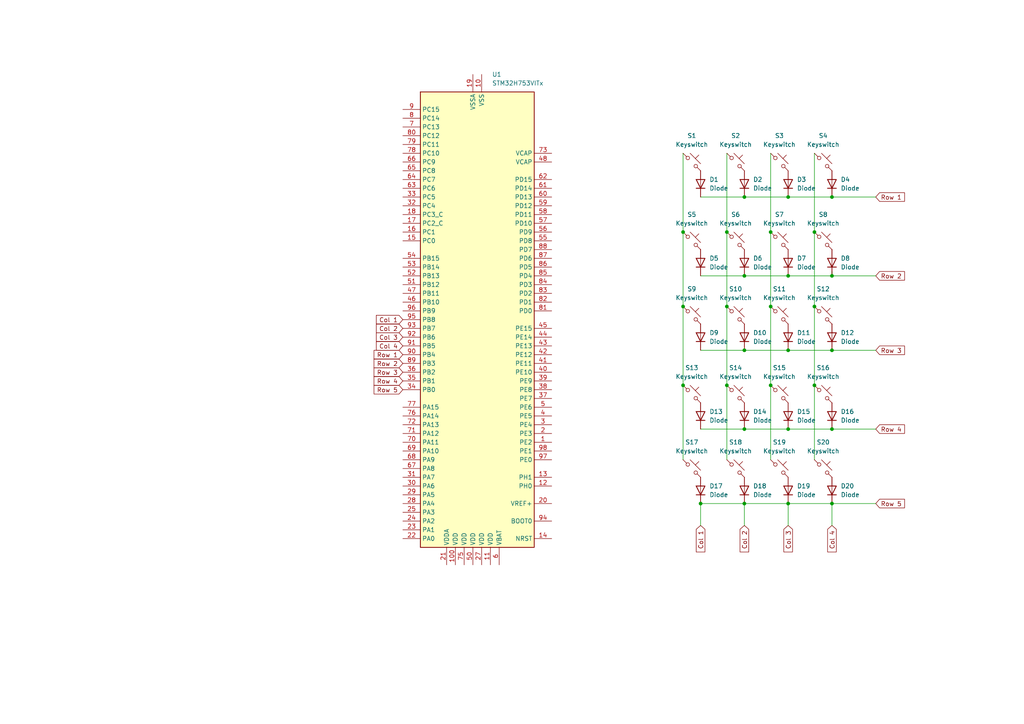
<source format=kicad_sch>
(kicad_sch
	(version 20231120)
	(generator "eeschema")
	(generator_version "8.0")
	(uuid "3c6e1eca-e5d6-4645-9c24-85b0ad0496c1")
	(paper "A4")
	(lib_symbols
		(symbol "MCU_ST_STM32H7:STM32H753VITx"
			(exclude_from_sim no)
			(in_bom yes)
			(on_board yes)
			(property "Reference" "U"
				(at -15.24 67.31 0)
				(effects
					(font
						(size 1.27 1.27)
					)
					(justify left)
				)
			)
			(property "Value" "STM32H753VITx"
				(at 12.7 67.31 0)
				(effects
					(font
						(size 1.27 1.27)
					)
					(justify left)
				)
			)
			(property "Footprint" "Package_QFP:LQFP-100_14x14mm_P0.5mm"
				(at -15.24 -66.04 0)
				(effects
					(font
						(size 1.27 1.27)
					)
					(justify right)
					(hide yes)
				)
			)
			(property "Datasheet" "https://www.st.com/resource/en/datasheet/stm32h753vi.pdf"
				(at 0 0 0)
				(effects
					(font
						(size 1.27 1.27)
					)
					(hide yes)
				)
			)
			(property "Description" "STMicroelectronics Arm Cortex-M7 MCU, 2048KB flash, 1024KB RAM, 480 MHz, 1.71-3.6V, 82 GPIO, LQFP100"
				(at 0 0 0)
				(effects
					(font
						(size 1.27 1.27)
					)
					(hide yes)
				)
			)
			(property "ki_locked" ""
				(at 0 0 0)
				(effects
					(font
						(size 1.27 1.27)
					)
				)
			)
			(property "ki_keywords" "Arm Cortex-M7 STM32H7 STM32H743/753"
				(at 0 0 0)
				(effects
					(font
						(size 1.27 1.27)
					)
					(hide yes)
				)
			)
			(property "ki_fp_filters" "LQFP*14x14mm*P0.5mm*"
				(at 0 0 0)
				(effects
					(font
						(size 1.27 1.27)
					)
					(hide yes)
				)
			)
			(symbol "STM32H753VITx_0_1"
				(rectangle
					(start -15.24 -66.04)
					(end 17.78 66.04)
					(stroke
						(width 0.254)
						(type default)
					)
					(fill
						(type background)
					)
				)
			)
			(symbol "STM32H753VITx_1_1"
				(pin bidirectional line
					(at -20.32 35.56 0)
					(length 5.08)
					(name "PE2"
						(effects
							(font
								(size 1.27 1.27)
							)
						)
					)
					(number "1"
						(effects
							(font
								(size 1.27 1.27)
							)
						)
					)
					(alternate "DEBUG_TRACECLK" bidirectional line)
					(alternate "ETH_TXD3" bidirectional line)
					(alternate "FMC_A23" bidirectional line)
					(alternate "QUADSPI_BK1_IO2" bidirectional line)
					(alternate "SAI1_CK1" bidirectional line)
					(alternate "SAI1_MCLK_A" bidirectional line)
					(alternate "SAI4_CK1" bidirectional line)
					(alternate "SAI4_MCLK_A" bidirectional line)
					(alternate "SPI4_SCK" bidirectional line)
				)
				(pin power_in line
					(at 0 -71.12 90)
					(length 5.08)
					(name "VSS"
						(effects
							(font
								(size 1.27 1.27)
							)
						)
					)
					(number "10"
						(effects
							(font
								(size 1.27 1.27)
							)
						)
					)
				)
				(pin power_in line
					(at 7.62 71.12 270)
					(length 5.08)
					(name "VDD"
						(effects
							(font
								(size 1.27 1.27)
							)
						)
					)
					(number "100"
						(effects
							(font
								(size 1.27 1.27)
							)
						)
					)
				)
				(pin power_in line
					(at -2.54 71.12 270)
					(length 5.08)
					(name "VDD"
						(effects
							(font
								(size 1.27 1.27)
							)
						)
					)
					(number "11"
						(effects
							(font
								(size 1.27 1.27)
							)
						)
					)
				)
				(pin bidirectional line
					(at -20.32 48.26 0)
					(length 5.08)
					(name "PH0"
						(effects
							(font
								(size 1.27 1.27)
							)
						)
					)
					(number "12"
						(effects
							(font
								(size 1.27 1.27)
							)
						)
					)
					(alternate "RCC_OSC_IN" bidirectional line)
				)
				(pin bidirectional line
					(at -20.32 45.72 0)
					(length 5.08)
					(name "PH1"
						(effects
							(font
								(size 1.27 1.27)
							)
						)
					)
					(number "13"
						(effects
							(font
								(size 1.27 1.27)
							)
						)
					)
					(alternate "RCC_OSC_OUT" bidirectional line)
				)
				(pin input line
					(at -20.32 63.5 0)
					(length 5.08)
					(name "NRST"
						(effects
							(font
								(size 1.27 1.27)
							)
						)
					)
					(number "14"
						(effects
							(font
								(size 1.27 1.27)
							)
						)
					)
				)
				(pin bidirectional line
					(at 22.86 -22.86 180)
					(length 5.08)
					(name "PC0"
						(effects
							(font
								(size 1.27 1.27)
							)
						)
					)
					(number "15"
						(effects
							(font
								(size 1.27 1.27)
							)
						)
					)
					(alternate "ADC1_INP10" bidirectional line)
					(alternate "ADC2_INP10" bidirectional line)
					(alternate "ADC3_INP10" bidirectional line)
					(alternate "DFSDM1_CKIN0" bidirectional line)
					(alternate "DFSDM1_DATIN4" bidirectional line)
					(alternate "FMC_SDNWE" bidirectional line)
					(alternate "LTDC_R5" bidirectional line)
					(alternate "SAI2_FS_B" bidirectional line)
					(alternate "USB_OTG_HS_ULPI_STP" bidirectional line)
				)
				(pin bidirectional line
					(at 22.86 -25.4 180)
					(length 5.08)
					(name "PC1"
						(effects
							(font
								(size 1.27 1.27)
							)
						)
					)
					(number "16"
						(effects
							(font
								(size 1.27 1.27)
							)
						)
					)
					(alternate "ADC1_INN10" bidirectional line)
					(alternate "ADC1_INP11" bidirectional line)
					(alternate "ADC2_INN10" bidirectional line)
					(alternate "ADC2_INP11" bidirectional line)
					(alternate "ADC3_INN10" bidirectional line)
					(alternate "ADC3_INP11" bidirectional line)
					(alternate "DEBUG_TRACED0" bidirectional line)
					(alternate "DFSDM1_CKIN4" bidirectional line)
					(alternate "DFSDM1_DATIN0" bidirectional line)
					(alternate "ETH_MDC" bidirectional line)
					(alternate "I2S2_SDO" bidirectional line)
					(alternate "MDIOS_MDC" bidirectional line)
					(alternate "PWR_WKUP6" bidirectional line)
					(alternate "RTC_TAMP3" bidirectional line)
					(alternate "SAI1_D1" bidirectional line)
					(alternate "SAI1_SD_A" bidirectional line)
					(alternate "SAI4_D1" bidirectional line)
					(alternate "SAI4_SD_A" bidirectional line)
					(alternate "SDMMC2_CK" bidirectional line)
					(alternate "SPI2_MOSI" bidirectional line)
				)
				(pin bidirectional line
					(at 22.86 -27.94 180)
					(length 5.08)
					(name "PC2_C"
						(effects
							(font
								(size 1.27 1.27)
							)
						)
					)
					(number "17"
						(effects
							(font
								(size 1.27 1.27)
							)
						)
					)
					(alternate "ADC3_INN1" bidirectional line)
					(alternate "ADC3_INP0" bidirectional line)
					(alternate "DFSDM1_CKIN1" bidirectional line)
					(alternate "DFSDM1_CKOUT" bidirectional line)
					(alternate "ETH_TXD2" bidirectional line)
					(alternate "FMC_SDNE0" bidirectional line)
					(alternate "I2S2_SDI" bidirectional line)
					(alternate "PWR_CSTOP" bidirectional line)
					(alternate "SPI2_MISO" bidirectional line)
					(alternate "USB_OTG_HS_ULPI_DIR" bidirectional line)
				)
				(pin bidirectional line
					(at 22.86 -30.48 180)
					(length 5.08)
					(name "PC3_C"
						(effects
							(font
								(size 1.27 1.27)
							)
						)
					)
					(number "18"
						(effects
							(font
								(size 1.27 1.27)
							)
						)
					)
					(alternate "ADC3_INP1" bidirectional line)
					(alternate "DFSDM1_DATIN1" bidirectional line)
					(alternate "ETH_TX_CLK" bidirectional line)
					(alternate "FMC_SDCKE0" bidirectional line)
					(alternate "I2S2_SDO" bidirectional line)
					(alternate "PWR_CSLEEP" bidirectional line)
					(alternate "SPI2_MOSI" bidirectional line)
					(alternate "USB_OTG_HS_ULPI_NXT" bidirectional line)
				)
				(pin power_in line
					(at 2.54 -71.12 90)
					(length 5.08)
					(name "VSSA"
						(effects
							(font
								(size 1.27 1.27)
							)
						)
					)
					(number "19"
						(effects
							(font
								(size 1.27 1.27)
							)
						)
					)
				)
				(pin bidirectional line
					(at -20.32 33.02 0)
					(length 5.08)
					(name "PE3"
						(effects
							(font
								(size 1.27 1.27)
							)
						)
					)
					(number "2"
						(effects
							(font
								(size 1.27 1.27)
							)
						)
					)
					(alternate "DEBUG_TRACED0" bidirectional line)
					(alternate "FMC_A19" bidirectional line)
					(alternate "SAI1_SD_B" bidirectional line)
					(alternate "SAI4_SD_B" bidirectional line)
					(alternate "TIM15_BKIN" bidirectional line)
				)
				(pin input line
					(at -20.32 53.34 0)
					(length 5.08)
					(name "VREF+"
						(effects
							(font
								(size 1.27 1.27)
							)
						)
					)
					(number "20"
						(effects
							(font
								(size 1.27 1.27)
							)
						)
					)
					(alternate "VREFBUF_OUT" bidirectional line)
				)
				(pin power_in line
					(at 10.16 71.12 270)
					(length 5.08)
					(name "VDDA"
						(effects
							(font
								(size 1.27 1.27)
							)
						)
					)
					(number "21"
						(effects
							(font
								(size 1.27 1.27)
							)
						)
					)
				)
				(pin bidirectional line
					(at 22.86 63.5 180)
					(length 5.08)
					(name "PA0"
						(effects
							(font
								(size 1.27 1.27)
							)
						)
					)
					(number "22"
						(effects
							(font
								(size 1.27 1.27)
							)
						)
					)
					(alternate "ADC1_INP16" bidirectional line)
					(alternate "ETH_CRS" bidirectional line)
					(alternate "PWR_WKUP1" bidirectional line)
					(alternate "SAI2_SD_B" bidirectional line)
					(alternate "SDMMC2_CMD" bidirectional line)
					(alternate "TIM15_BKIN" bidirectional line)
					(alternate "TIM2_CH1" bidirectional line)
					(alternate "TIM2_ETR" bidirectional line)
					(alternate "TIM5_CH1" bidirectional line)
					(alternate "TIM8_ETR" bidirectional line)
					(alternate "UART4_TX" bidirectional line)
					(alternate "USART2_CTS" bidirectional line)
					(alternate "USART2_NSS" bidirectional line)
				)
				(pin bidirectional line
					(at 22.86 60.96 180)
					(length 5.08)
					(name "PA1"
						(effects
							(font
								(size 1.27 1.27)
							)
						)
					)
					(number "23"
						(effects
							(font
								(size 1.27 1.27)
							)
						)
					)
					(alternate "ADC1_INN16" bidirectional line)
					(alternate "ADC1_INP17" bidirectional line)
					(alternate "ETH_REF_CLK" bidirectional line)
					(alternate "ETH_RX_CLK" bidirectional line)
					(alternate "LPTIM3_OUT" bidirectional line)
					(alternate "LTDC_R2" bidirectional line)
					(alternate "QUADSPI_BK1_IO3" bidirectional line)
					(alternate "SAI2_MCLK_B" bidirectional line)
					(alternate "TIM15_CH1N" bidirectional line)
					(alternate "TIM2_CH2" bidirectional line)
					(alternate "TIM5_CH2" bidirectional line)
					(alternate "UART4_RX" bidirectional line)
					(alternate "USART2_DE" bidirectional line)
					(alternate "USART2_RTS" bidirectional line)
				)
				(pin bidirectional line
					(at 22.86 58.42 180)
					(length 5.08)
					(name "PA2"
						(effects
							(font
								(size 1.27 1.27)
							)
						)
					)
					(number "24"
						(effects
							(font
								(size 1.27 1.27)
							)
						)
					)
					(alternate "ADC1_INP14" bidirectional line)
					(alternate "ADC2_INP14" bidirectional line)
					(alternate "ETH_MDIO" bidirectional line)
					(alternate "LPTIM4_OUT" bidirectional line)
					(alternate "LTDC_R1" bidirectional line)
					(alternate "MDIOS_MDIO" bidirectional line)
					(alternate "PWR_WKUP2" bidirectional line)
					(alternate "SAI2_SCK_B" bidirectional line)
					(alternate "TIM15_CH1" bidirectional line)
					(alternate "TIM2_CH3" bidirectional line)
					(alternate "TIM5_CH3" bidirectional line)
					(alternate "USART2_TX" bidirectional line)
				)
				(pin bidirectional line
					(at 22.86 55.88 180)
					(length 5.08)
					(name "PA3"
						(effects
							(font
								(size 1.27 1.27)
							)
						)
					)
					(number "25"
						(effects
							(font
								(size 1.27 1.27)
							)
						)
					)
					(alternate "ADC1_INP15" bidirectional line)
					(alternate "ADC2_INP15" bidirectional line)
					(alternate "ETH_COL" bidirectional line)
					(alternate "LPTIM5_OUT" bidirectional line)
					(alternate "LTDC_B2" bidirectional line)
					(alternate "LTDC_B5" bidirectional line)
					(alternate "TIM15_CH2" bidirectional line)
					(alternate "TIM2_CH4" bidirectional line)
					(alternate "TIM5_CH4" bidirectional line)
					(alternate "USART2_RX" bidirectional line)
					(alternate "USB_OTG_HS_ULPI_D0" bidirectional line)
				)
				(pin passive line
					(at 0 -71.12 90)
					(length 5.08) hide
					(name "VSS"
						(effects
							(font
								(size 1.27 1.27)
							)
						)
					)
					(number "26"
						(effects
							(font
								(size 1.27 1.27)
							)
						)
					)
				)
				(pin power_in line
					(at 0 71.12 270)
					(length 5.08)
					(name "VDD"
						(effects
							(font
								(size 1.27 1.27)
							)
						)
					)
					(number "27"
						(effects
							(font
								(size 1.27 1.27)
							)
						)
					)
				)
				(pin bidirectional line
					(at 22.86 53.34 180)
					(length 5.08)
					(name "PA4"
						(effects
							(font
								(size 1.27 1.27)
							)
						)
					)
					(number "28"
						(effects
							(font
								(size 1.27 1.27)
							)
						)
					)
					(alternate "ADC1_INP18" bidirectional line)
					(alternate "ADC2_INP18" bidirectional line)
					(alternate "DAC1_OUT1" bidirectional line)
					(alternate "DCMI_HSYNC" bidirectional line)
					(alternate "I2S1_WS" bidirectional line)
					(alternate "I2S3_WS" bidirectional line)
					(alternate "LTDC_VSYNC" bidirectional line)
					(alternate "SPI1_NSS" bidirectional line)
					(alternate "SPI3_NSS" bidirectional line)
					(alternate "SPI6_NSS" bidirectional line)
					(alternate "TIM5_ETR" bidirectional line)
					(alternate "USART2_CK" bidirectional line)
					(alternate "USB_OTG_HS_SOF" bidirectional line)
				)
				(pin bidirectional line
					(at 22.86 50.8 180)
					(length 5.08)
					(name "PA5"
						(effects
							(font
								(size 1.27 1.27)
							)
						)
					)
					(number "29"
						(effects
							(font
								(size 1.27 1.27)
							)
						)
					)
					(alternate "ADC1_INN18" bidirectional line)
					(alternate "ADC1_INP19" bidirectional line)
					(alternate "ADC2_INN18" bidirectional line)
					(alternate "ADC2_INP19" bidirectional line)
					(alternate "DAC1_OUT2" bidirectional line)
					(alternate "I2S1_CK" bidirectional line)
					(alternate "LTDC_R4" bidirectional line)
					(alternate "PWR_NDSTOP2" bidirectional line)
					(alternate "SPI1_SCK" bidirectional line)
					(alternate "SPI6_SCK" bidirectional line)
					(alternate "TIM2_CH1" bidirectional line)
					(alternate "TIM2_ETR" bidirectional line)
					(alternate "TIM8_CH1N" bidirectional line)
					(alternate "USB_OTG_HS_ULPI_CK" bidirectional line)
				)
				(pin bidirectional line
					(at -20.32 30.48 0)
					(length 5.08)
					(name "PE4"
						(effects
							(font
								(size 1.27 1.27)
							)
						)
					)
					(number "3"
						(effects
							(font
								(size 1.27 1.27)
							)
						)
					)
					(alternate "DCMI_D4" bidirectional line)
					(alternate "DEBUG_TRACED1" bidirectional line)
					(alternate "DFSDM1_DATIN3" bidirectional line)
					(alternate "FMC_A20" bidirectional line)
					(alternate "LTDC_B0" bidirectional line)
					(alternate "SAI1_D2" bidirectional line)
					(alternate "SAI1_FS_A" bidirectional line)
					(alternate "SAI4_D2" bidirectional line)
					(alternate "SAI4_FS_A" bidirectional line)
					(alternate "SPI4_NSS" bidirectional line)
					(alternate "TIM15_CH1N" bidirectional line)
				)
				(pin bidirectional line
					(at 22.86 48.26 180)
					(length 5.08)
					(name "PA6"
						(effects
							(font
								(size 1.27 1.27)
							)
						)
					)
					(number "30"
						(effects
							(font
								(size 1.27 1.27)
							)
						)
					)
					(alternate "ADC1_INP3" bidirectional line)
					(alternate "ADC2_INP3" bidirectional line)
					(alternate "DCMI_PIXCLK" bidirectional line)
					(alternate "I2S1_SDI" bidirectional line)
					(alternate "LTDC_G2" bidirectional line)
					(alternate "MDIOS_MDC" bidirectional line)
					(alternate "SPI1_MISO" bidirectional line)
					(alternate "SPI6_MISO" bidirectional line)
					(alternate "TIM13_CH1" bidirectional line)
					(alternate "TIM1_BKIN" bidirectional line)
					(alternate "TIM1_BKIN_COMP1" bidirectional line)
					(alternate "TIM1_BKIN_COMP2" bidirectional line)
					(alternate "TIM3_CH1" bidirectional line)
					(alternate "TIM8_BKIN" bidirectional line)
					(alternate "TIM8_BKIN_COMP1" bidirectional line)
					(alternate "TIM8_BKIN_COMP2" bidirectional line)
				)
				(pin bidirectional line
					(at 22.86 45.72 180)
					(length 5.08)
					(name "PA7"
						(effects
							(font
								(size 1.27 1.27)
							)
						)
					)
					(number "31"
						(effects
							(font
								(size 1.27 1.27)
							)
						)
					)
					(alternate "ADC1_INN3" bidirectional line)
					(alternate "ADC1_INP7" bidirectional line)
					(alternate "ADC2_INN3" bidirectional line)
					(alternate "ADC2_INP7" bidirectional line)
					(alternate "ETH_CRS_DV" bidirectional line)
					(alternate "ETH_RX_DV" bidirectional line)
					(alternate "FMC_SDNWE" bidirectional line)
					(alternate "I2S1_SDO" bidirectional line)
					(alternate "OPAMP1_VINM" bidirectional line)
					(alternate "OPAMP1_VINM1" bidirectional line)
					(alternate "SPI1_MOSI" bidirectional line)
					(alternate "SPI6_MOSI" bidirectional line)
					(alternate "TIM14_CH1" bidirectional line)
					(alternate "TIM1_CH1N" bidirectional line)
					(alternate "TIM3_CH2" bidirectional line)
					(alternate "TIM8_CH1N" bidirectional line)
				)
				(pin bidirectional line
					(at 22.86 -33.02 180)
					(length 5.08)
					(name "PC4"
						(effects
							(font
								(size 1.27 1.27)
							)
						)
					)
					(number "32"
						(effects
							(font
								(size 1.27 1.27)
							)
						)
					)
					(alternate "ADC1_INP4" bidirectional line)
					(alternate "ADC2_INP4" bidirectional line)
					(alternate "COMP1_INM" bidirectional line)
					(alternate "DFSDM1_CKIN2" bidirectional line)
					(alternate "ETH_RXD0" bidirectional line)
					(alternate "FMC_SDNE0" bidirectional line)
					(alternate "I2S1_MCK" bidirectional line)
					(alternate "OPAMP1_VOUT" bidirectional line)
					(alternate "SPDIFRX1_IN2" bidirectional line)
				)
				(pin bidirectional line
					(at 22.86 -35.56 180)
					(length 5.08)
					(name "PC5"
						(effects
							(font
								(size 1.27 1.27)
							)
						)
					)
					(number "33"
						(effects
							(font
								(size 1.27 1.27)
							)
						)
					)
					(alternate "ADC1_INN4" bidirectional line)
					(alternate "ADC1_INP8" bidirectional line)
					(alternate "ADC2_INN4" bidirectional line)
					(alternate "ADC2_INP8" bidirectional line)
					(alternate "COMP1_OUT" bidirectional line)
					(alternate "DFSDM1_DATIN2" bidirectional line)
					(alternate "ETH_RXD1" bidirectional line)
					(alternate "FMC_SDCKE0" bidirectional line)
					(alternate "OPAMP1_VINM" bidirectional line)
					(alternate "OPAMP1_VINM0" bidirectional line)
					(alternate "SAI1_D3" bidirectional line)
					(alternate "SAI4_D3" bidirectional line)
					(alternate "SPDIFRX1_IN3" bidirectional line)
				)
				(pin bidirectional line
					(at 22.86 20.32 180)
					(length 5.08)
					(name "PB0"
						(effects
							(font
								(size 1.27 1.27)
							)
						)
					)
					(number "34"
						(effects
							(font
								(size 1.27 1.27)
							)
						)
					)
					(alternate "ADC1_INN5" bidirectional line)
					(alternate "ADC1_INP9" bidirectional line)
					(alternate "ADC2_INN5" bidirectional line)
					(alternate "ADC2_INP9" bidirectional line)
					(alternate "COMP1_INP" bidirectional line)
					(alternate "DFSDM1_CKOUT" bidirectional line)
					(alternate "ETH_RXD2" bidirectional line)
					(alternate "LTDC_G1" bidirectional line)
					(alternate "LTDC_R3" bidirectional line)
					(alternate "OPAMP1_VINP" bidirectional line)
					(alternate "TIM1_CH2N" bidirectional line)
					(alternate "TIM3_CH3" bidirectional line)
					(alternate "TIM8_CH2N" bidirectional line)
					(alternate "UART4_CTS" bidirectional line)
					(alternate "USB_OTG_HS_ULPI_D1" bidirectional line)
				)
				(pin bidirectional line
					(at 22.86 17.78 180)
					(length 5.08)
					(name "PB1"
						(effects
							(font
								(size 1.27 1.27)
							)
						)
					)
					(number "35"
						(effects
							(font
								(size 1.27 1.27)
							)
						)
					)
					(alternate "ADC1_INP5" bidirectional line)
					(alternate "ADC2_INP5" bidirectional line)
					(alternate "COMP1_INM" bidirectional line)
					(alternate "DFSDM1_DATIN1" bidirectional line)
					(alternate "ETH_RXD3" bidirectional line)
					(alternate "LTDC_G0" bidirectional line)
					(alternate "LTDC_R6" bidirectional line)
					(alternate "TIM1_CH3N" bidirectional line)
					(alternate "TIM3_CH4" bidirectional line)
					(alternate "TIM8_CH3N" bidirectional line)
					(alternate "USB_OTG_HS_ULPI_D2" bidirectional line)
				)
				(pin bidirectional line
					(at 22.86 15.24 180)
					(length 5.08)
					(name "PB2"
						(effects
							(font
								(size 1.27 1.27)
							)
						)
					)
					(number "36"
						(effects
							(font
								(size 1.27 1.27)
							)
						)
					)
					(alternate "COMP1_INP" bidirectional line)
					(alternate "DFSDM1_CKIN1" bidirectional line)
					(alternate "I2S3_SDO" bidirectional line)
					(alternate "QUADSPI_CLK" bidirectional line)
					(alternate "RTC_OUT_ALARM" bidirectional line)
					(alternate "RTC_OUT_CALIB" bidirectional line)
					(alternate "SAI1_D1" bidirectional line)
					(alternate "SAI1_SD_A" bidirectional line)
					(alternate "SAI4_D1" bidirectional line)
					(alternate "SAI4_SD_A" bidirectional line)
					(alternate "SPI3_MOSI" bidirectional line)
				)
				(pin bidirectional line
					(at -20.32 22.86 0)
					(length 5.08)
					(name "PE7"
						(effects
							(font
								(size 1.27 1.27)
							)
						)
					)
					(number "37"
						(effects
							(font
								(size 1.27 1.27)
							)
						)
					)
					(alternate "COMP2_INM" bidirectional line)
					(alternate "DFSDM1_DATIN2" bidirectional line)
					(alternate "FMC_D4" bidirectional line)
					(alternate "FMC_DA4" bidirectional line)
					(alternate "OPAMP2_VOUT" bidirectional line)
					(alternate "QUADSPI_BK2_IO0" bidirectional line)
					(alternate "TIM1_ETR" bidirectional line)
					(alternate "UART7_RX" bidirectional line)
				)
				(pin bidirectional line
					(at -20.32 20.32 0)
					(length 5.08)
					(name "PE8"
						(effects
							(font
								(size 1.27 1.27)
							)
						)
					)
					(number "38"
						(effects
							(font
								(size 1.27 1.27)
							)
						)
					)
					(alternate "COMP2_OUT" bidirectional line)
					(alternate "DFSDM1_CKIN2" bidirectional line)
					(alternate "FMC_D5" bidirectional line)
					(alternate "FMC_DA5" bidirectional line)
					(alternate "OPAMP2_VINM" bidirectional line)
					(alternate "OPAMP2_VINM0" bidirectional line)
					(alternate "QUADSPI_BK2_IO1" bidirectional line)
					(alternate "TIM1_CH1N" bidirectional line)
					(alternate "UART7_TX" bidirectional line)
				)
				(pin bidirectional line
					(at -20.32 17.78 0)
					(length 5.08)
					(name "PE9"
						(effects
							(font
								(size 1.27 1.27)
							)
						)
					)
					(number "39"
						(effects
							(font
								(size 1.27 1.27)
							)
						)
					)
					(alternate "COMP2_INP" bidirectional line)
					(alternate "DAC1_EXTI9" bidirectional line)
					(alternate "DFSDM1_CKOUT" bidirectional line)
					(alternate "FMC_D6" bidirectional line)
					(alternate "FMC_DA6" bidirectional line)
					(alternate "OPAMP2_VINP" bidirectional line)
					(alternate "QUADSPI_BK2_IO2" bidirectional line)
					(alternate "TIM1_CH1" bidirectional line)
					(alternate "UART7_DE" bidirectional line)
					(alternate "UART7_RTS" bidirectional line)
				)
				(pin bidirectional line
					(at -20.32 27.94 0)
					(length 5.08)
					(name "PE5"
						(effects
							(font
								(size 1.27 1.27)
							)
						)
					)
					(number "4"
						(effects
							(font
								(size 1.27 1.27)
							)
						)
					)
					(alternate "DCMI_D6" bidirectional line)
					(alternate "DEBUG_TRACED2" bidirectional line)
					(alternate "DFSDM1_CKIN3" bidirectional line)
					(alternate "FMC_A21" bidirectional line)
					(alternate "LTDC_G0" bidirectional line)
					(alternate "SAI1_CK2" bidirectional line)
					(alternate "SAI1_SCK_A" bidirectional line)
					(alternate "SAI4_CK2" bidirectional line)
					(alternate "SAI4_SCK_A" bidirectional line)
					(alternate "SPI4_MISO" bidirectional line)
					(alternate "TIM15_CH1" bidirectional line)
				)
				(pin bidirectional line
					(at -20.32 15.24 0)
					(length 5.08)
					(name "PE10"
						(effects
							(font
								(size 1.27 1.27)
							)
						)
					)
					(number "40"
						(effects
							(font
								(size 1.27 1.27)
							)
						)
					)
					(alternate "COMP2_INM" bidirectional line)
					(alternate "DFSDM1_DATIN4" bidirectional line)
					(alternate "FMC_D7" bidirectional line)
					(alternate "FMC_DA7" bidirectional line)
					(alternate "QUADSPI_BK2_IO3" bidirectional line)
					(alternate "TIM1_CH2N" bidirectional line)
					(alternate "UART7_CTS" bidirectional line)
				)
				(pin bidirectional line
					(at -20.32 12.7 0)
					(length 5.08)
					(name "PE11"
						(effects
							(font
								(size 1.27 1.27)
							)
						)
					)
					(number "41"
						(effects
							(font
								(size 1.27 1.27)
							)
						)
					)
					(alternate "ADC1_EXTI11" bidirectional line)
					(alternate "ADC2_EXTI11" bidirectional line)
					(alternate "ADC3_EXTI11" bidirectional line)
					(alternate "COMP2_INP" bidirectional line)
					(alternate "DFSDM1_CKIN4" bidirectional line)
					(alternate "FMC_D8" bidirectional line)
					(alternate "FMC_DA8" bidirectional line)
					(alternate "LTDC_G3" bidirectional line)
					(alternate "SAI2_SD_B" bidirectional line)
					(alternate "SPI4_NSS" bidirectional line)
					(alternate "TIM1_CH2" bidirectional line)
				)
				(pin bidirectional line
					(at -20.32 10.16 0)
					(length 5.08)
					(name "PE12"
						(effects
							(font
								(size 1.27 1.27)
							)
						)
					)
					(number "42"
						(effects
							(font
								(size 1.27 1.27)
							)
						)
					)
					(alternate "COMP1_OUT" bidirectional line)
					(alternate "DFSDM1_DATIN5" bidirectional line)
					(alternate "FMC_D9" bidirectional line)
					(alternate "FMC_DA9" bidirectional line)
					(alternate "LTDC_B4" bidirectional line)
					(alternate "SAI2_SCK_B" bidirectional line)
					(alternate "SPI4_SCK" bidirectional line)
					(alternate "TIM1_CH3N" bidirectional line)
				)
				(pin bidirectional line
					(at -20.32 7.62 0)
					(length 5.08)
					(name "PE13"
						(effects
							(font
								(size 1.27 1.27)
							)
						)
					)
					(number "43"
						(effects
							(font
								(size 1.27 1.27)
							)
						)
					)
					(alternate "COMP2_OUT" bidirectional line)
					(alternate "DFSDM1_CKIN5" bidirectional line)
					(alternate "FMC_D10" bidirectional line)
					(alternate "FMC_DA10" bidirectional line)
					(alternate "LTDC_DE" bidirectional line)
					(alternate "SAI2_FS_B" bidirectional line)
					(alternate "SPI4_MISO" bidirectional line)
					(alternate "TIM1_CH3" bidirectional line)
				)
				(pin bidirectional line
					(at -20.32 5.08 0)
					(length 5.08)
					(name "PE14"
						(effects
							(font
								(size 1.27 1.27)
							)
						)
					)
					(number "44"
						(effects
							(font
								(size 1.27 1.27)
							)
						)
					)
					(alternate "FMC_D11" bidirectional line)
					(alternate "FMC_DA11" bidirectional line)
					(alternate "LTDC_CLK" bidirectional line)
					(alternate "SAI2_MCLK_B" bidirectional line)
					(alternate "SPI4_MOSI" bidirectional line)
					(alternate "TIM1_CH4" bidirectional line)
				)
				(pin bidirectional line
					(at -20.32 2.54 0)
					(length 5.08)
					(name "PE15"
						(effects
							(font
								(size 1.27 1.27)
							)
						)
					)
					(number "45"
						(effects
							(font
								(size 1.27 1.27)
							)
						)
					)
					(alternate "ADC1_EXTI15" bidirectional line)
					(alternate "ADC2_EXTI15" bidirectional line)
					(alternate "ADC3_EXTI15" bidirectional line)
					(alternate "FMC_D12" bidirectional line)
					(alternate "FMC_DA12" bidirectional line)
					(alternate "LTDC_R7" bidirectional line)
					(alternate "TIM1_BKIN" bidirectional line)
					(alternate "TIM1_BKIN_COMP1" bidirectional line)
					(alternate "TIM1_BKIN_COMP2" bidirectional line)
				)
				(pin bidirectional line
					(at 22.86 -5.08 180)
					(length 5.08)
					(name "PB10"
						(effects
							(font
								(size 1.27 1.27)
							)
						)
					)
					(number "46"
						(effects
							(font
								(size 1.27 1.27)
							)
						)
					)
					(alternate "DFSDM1_DATIN7" bidirectional line)
					(alternate "ETH_RX_ER" bidirectional line)
					(alternate "HRTIM_SCOUT" bidirectional line)
					(alternate "I2C2_SCL" bidirectional line)
					(alternate "I2S2_CK" bidirectional line)
					(alternate "LPTIM2_IN1" bidirectional line)
					(alternate "LTDC_G4" bidirectional line)
					(alternate "QUADSPI_BK1_NCS" bidirectional line)
					(alternate "SPI2_SCK" bidirectional line)
					(alternate "TIM2_CH3" bidirectional line)
					(alternate "USART3_TX" bidirectional line)
					(alternate "USB_OTG_HS_ULPI_D3" bidirectional line)
				)
				(pin bidirectional line
					(at 22.86 -7.62 180)
					(length 5.08)
					(name "PB11"
						(effects
							(font
								(size 1.27 1.27)
							)
						)
					)
					(number "47"
						(effects
							(font
								(size 1.27 1.27)
							)
						)
					)
					(alternate "ADC1_EXTI11" bidirectional line)
					(alternate "ADC2_EXTI11" bidirectional line)
					(alternate "ADC3_EXTI11" bidirectional line)
					(alternate "DFSDM1_CKIN7" bidirectional line)
					(alternate "ETH_TX_EN" bidirectional line)
					(alternate "HRTIM_SCIN" bidirectional line)
					(alternate "I2C2_SDA" bidirectional line)
					(alternate "LPTIM2_ETR" bidirectional line)
					(alternate "LTDC_G5" bidirectional line)
					(alternate "TIM2_CH4" bidirectional line)
					(alternate "USART3_RX" bidirectional line)
					(alternate "USB_OTG_HS_ULPI_D4" bidirectional line)
				)
				(pin power_out line
					(at -20.32 -45.72 0)
					(length 5.08)
					(name "VCAP"
						(effects
							(font
								(size 1.27 1.27)
							)
						)
					)
					(number "48"
						(effects
							(font
								(size 1.27 1.27)
							)
						)
					)
				)
				(pin passive line
					(at 0 -71.12 90)
					(length 5.08) hide
					(name "VSS"
						(effects
							(font
								(size 1.27 1.27)
							)
						)
					)
					(number "49"
						(effects
							(font
								(size 1.27 1.27)
							)
						)
					)
				)
				(pin bidirectional line
					(at -20.32 25.4 0)
					(length 5.08)
					(name "PE6"
						(effects
							(font
								(size 1.27 1.27)
							)
						)
					)
					(number "5"
						(effects
							(font
								(size 1.27 1.27)
							)
						)
					)
					(alternate "DCMI_D7" bidirectional line)
					(alternate "DEBUG_TRACED3" bidirectional line)
					(alternate "FMC_A22" bidirectional line)
					(alternate "LTDC_G1" bidirectional line)
					(alternate "SAI1_D1" bidirectional line)
					(alternate "SAI1_SD_A" bidirectional line)
					(alternate "SAI2_MCLK_B" bidirectional line)
					(alternate "SAI4_D1" bidirectional line)
					(alternate "SAI4_SD_A" bidirectional line)
					(alternate "SPI4_MOSI" bidirectional line)
					(alternate "TIM15_CH2" bidirectional line)
					(alternate "TIM1_BKIN2" bidirectional line)
					(alternate "TIM1_BKIN2_COMP1" bidirectional line)
					(alternate "TIM1_BKIN2_COMP2" bidirectional line)
				)
				(pin power_in line
					(at 2.54 71.12 270)
					(length 5.08)
					(name "VDD"
						(effects
							(font
								(size 1.27 1.27)
							)
						)
					)
					(number "50"
						(effects
							(font
								(size 1.27 1.27)
							)
						)
					)
				)
				(pin bidirectional line
					(at 22.86 -10.16 180)
					(length 5.08)
					(name "PB12"
						(effects
							(font
								(size 1.27 1.27)
							)
						)
					)
					(number "51"
						(effects
							(font
								(size 1.27 1.27)
							)
						)
					)
					(alternate "DFSDM1_DATIN1" bidirectional line)
					(alternate "ETH_TXD0" bidirectional line)
					(alternate "FDCAN2_RX" bidirectional line)
					(alternate "I2C2_SMBA" bidirectional line)
					(alternate "I2S2_WS" bidirectional line)
					(alternate "SPI2_NSS" bidirectional line)
					(alternate "TIM1_BKIN" bidirectional line)
					(alternate "TIM1_BKIN_COMP1" bidirectional line)
					(alternate "TIM1_BKIN_COMP2" bidirectional line)
					(alternate "UART5_RX" bidirectional line)
					(alternate "USART3_CK" bidirectional line)
					(alternate "USB_OTG_HS_ID" bidirectional line)
					(alternate "USB_OTG_HS_ULPI_D5" bidirectional line)
				)
				(pin bidirectional line
					(at 22.86 -12.7 180)
					(length 5.08)
					(name "PB13"
						(effects
							(font
								(size 1.27 1.27)
							)
						)
					)
					(number "52"
						(effects
							(font
								(size 1.27 1.27)
							)
						)
					)
					(alternate "DFSDM1_CKIN1" bidirectional line)
					(alternate "ETH_TXD1" bidirectional line)
					(alternate "FDCAN2_TX" bidirectional line)
					(alternate "I2S2_CK" bidirectional line)
					(alternate "LPTIM2_OUT" bidirectional line)
					(alternate "SPI2_SCK" bidirectional line)
					(alternate "TIM1_CH1N" bidirectional line)
					(alternate "UART5_TX" bidirectional line)
					(alternate "USART3_CTS" bidirectional line)
					(alternate "USART3_NSS" bidirectional line)
					(alternate "USB_OTG_HS_ULPI_D6" bidirectional line)
					(alternate "USB_OTG_HS_VBUS" bidirectional line)
				)
				(pin bidirectional line
					(at 22.86 -15.24 180)
					(length 5.08)
					(name "PB14"
						(effects
							(font
								(size 1.27 1.27)
							)
						)
					)
					(number "53"
						(effects
							(font
								(size 1.27 1.27)
							)
						)
					)
					(alternate "DFSDM1_DATIN2" bidirectional line)
					(alternate "I2S2_SDI" bidirectional line)
					(alternate "SDMMC2_D0" bidirectional line)
					(alternate "SPI2_MISO" bidirectional line)
					(alternate "TIM12_CH1" bidirectional line)
					(alternate "TIM1_CH2N" bidirectional line)
					(alternate "TIM8_CH2N" bidirectional line)
					(alternate "UART4_DE" bidirectional line)
					(alternate "UART4_RTS" bidirectional line)
					(alternate "USART1_TX" bidirectional line)
					(alternate "USART3_DE" bidirectional line)
					(alternate "USART3_RTS" bidirectional line)
					(alternate "USB_OTG_HS_DM" bidirectional line)
				)
				(pin bidirectional line
					(at 22.86 -17.78 180)
					(length 5.08)
					(name "PB15"
						(effects
							(font
								(size 1.27 1.27)
							)
						)
					)
					(number "54"
						(effects
							(font
								(size 1.27 1.27)
							)
						)
					)
					(alternate "ADC1_EXTI15" bidirectional line)
					(alternate "ADC2_EXTI15" bidirectional line)
					(alternate "ADC3_EXTI15" bidirectional line)
					(alternate "DFSDM1_CKIN2" bidirectional line)
					(alternate "I2S2_SDO" bidirectional line)
					(alternate "RTC_REFIN" bidirectional line)
					(alternate "SDMMC2_D1" bidirectional line)
					(alternate "SPI2_MOSI" bidirectional line)
					(alternate "TIM12_CH2" bidirectional line)
					(alternate "TIM1_CH3N" bidirectional line)
					(alternate "TIM8_CH3N" bidirectional line)
					(alternate "UART4_CTS" bidirectional line)
					(alternate "USART1_RX" bidirectional line)
					(alternate "USB_OTG_HS_DP" bidirectional line)
				)
				(pin bidirectional line
					(at -20.32 -22.86 0)
					(length 5.08)
					(name "PD8"
						(effects
							(font
								(size 1.27 1.27)
							)
						)
					)
					(number "55"
						(effects
							(font
								(size 1.27 1.27)
							)
						)
					)
					(alternate "DFSDM1_CKIN3" bidirectional line)
					(alternate "FMC_D13" bidirectional line)
					(alternate "FMC_DA13" bidirectional line)
					(alternate "SAI3_SCK_B" bidirectional line)
					(alternate "SPDIFRX1_IN1" bidirectional line)
					(alternate "USART3_TX" bidirectional line)
				)
				(pin bidirectional line
					(at -20.32 -25.4 0)
					(length 5.08)
					(name "PD9"
						(effects
							(font
								(size 1.27 1.27)
							)
						)
					)
					(number "56"
						(effects
							(font
								(size 1.27 1.27)
							)
						)
					)
					(alternate "DAC1_EXTI9" bidirectional line)
					(alternate "DFSDM1_DATIN3" bidirectional line)
					(alternate "FMC_D14" bidirectional line)
					(alternate "FMC_DA14" bidirectional line)
					(alternate "SAI3_SD_B" bidirectional line)
					(alternate "USART3_RX" bidirectional line)
				)
				(pin bidirectional line
					(at -20.32 -27.94 0)
					(length 5.08)
					(name "PD10"
						(effects
							(font
								(size 1.27 1.27)
							)
						)
					)
					(number "57"
						(effects
							(font
								(size 1.27 1.27)
							)
						)
					)
					(alternate "DFSDM1_CKOUT" bidirectional line)
					(alternate "FMC_D15" bidirectional line)
					(alternate "FMC_DA15" bidirectional line)
					(alternate "LTDC_B3" bidirectional line)
					(alternate "SAI3_FS_B" bidirectional line)
					(alternate "USART3_CK" bidirectional line)
				)
				(pin bidirectional line
					(at -20.32 -30.48 0)
					(length 5.08)
					(name "PD11"
						(effects
							(font
								(size 1.27 1.27)
							)
						)
					)
					(number "58"
						(effects
							(font
								(size 1.27 1.27)
							)
						)
					)
					(alternate "ADC1_EXTI11" bidirectional line)
					(alternate "ADC2_EXTI11" bidirectional line)
					(alternate "ADC3_EXTI11" bidirectional line)
					(alternate "FMC_A16" bidirectional line)
					(alternate "FMC_CLE" bidirectional line)
					(alternate "I2C4_SMBA" bidirectional line)
					(alternate "LPTIM2_IN2" bidirectional line)
					(alternate "QUADSPI_BK1_IO0" bidirectional line)
					(alternate "SAI2_SD_A" bidirectional line)
					(alternate "USART3_CTS" bidirectional line)
					(alternate "USART3_NSS" bidirectional line)
				)
				(pin bidirectional line
					(at -20.32 -33.02 0)
					(length 5.08)
					(name "PD12"
						(effects
							(font
								(size 1.27 1.27)
							)
						)
					)
					(number "59"
						(effects
							(font
								(size 1.27 1.27)
							)
						)
					)
					(alternate "FMC_A17" bidirectional line)
					(alternate "FMC_ALE" bidirectional line)
					(alternate "I2C4_SCL" bidirectional line)
					(alternate "LPTIM1_IN1" bidirectional line)
					(alternate "LPTIM2_IN1" bidirectional line)
					(alternate "QUADSPI_BK1_IO1" bidirectional line)
					(alternate "SAI2_FS_A" bidirectional line)
					(alternate "TIM4_CH1" bidirectional line)
					(alternate "USART3_DE" bidirectional line)
					(alternate "USART3_RTS" bidirectional line)
				)
				(pin power_in line
					(at -5.08 71.12 270)
					(length 5.08)
					(name "VBAT"
						(effects
							(font
								(size 1.27 1.27)
							)
						)
					)
					(number "6"
						(effects
							(font
								(size 1.27 1.27)
							)
						)
					)
				)
				(pin bidirectional line
					(at -20.32 -35.56 0)
					(length 5.08)
					(name "PD13"
						(effects
							(font
								(size 1.27 1.27)
							)
						)
					)
					(number "60"
						(effects
							(font
								(size 1.27 1.27)
							)
						)
					)
					(alternate "FMC_A18" bidirectional line)
					(alternate "I2C4_SDA" bidirectional line)
					(alternate "LPTIM1_OUT" bidirectional line)
					(alternate "QUADSPI_BK1_IO3" bidirectional line)
					(alternate "SAI2_SCK_A" bidirectional line)
					(alternate "TIM4_CH2" bidirectional line)
				)
				(pin bidirectional line
					(at -20.32 -38.1 0)
					(length 5.08)
					(name "PD14"
						(effects
							(font
								(size 1.27 1.27)
							)
						)
					)
					(number "61"
						(effects
							(font
								(size 1.27 1.27)
							)
						)
					)
					(alternate "FMC_D0" bidirectional line)
					(alternate "FMC_DA0" bidirectional line)
					(alternate "SAI3_MCLK_B" bidirectional line)
					(alternate "TIM4_CH3" bidirectional line)
					(alternate "UART8_CTS" bidirectional line)
				)
				(pin bidirectional line
					(at -20.32 -40.64 0)
					(length 5.08)
					(name "PD15"
						(effects
							(font
								(size 1.27 1.27)
							)
						)
					)
					(number "62"
						(effects
							(font
								(size 1.27 1.27)
							)
						)
					)
					(alternate "ADC1_EXTI15" bidirectional line)
					(alternate "ADC2_EXTI15" bidirectional line)
					(alternate "ADC3_EXTI15" bidirectional line)
					(alternate "FMC_D1" bidirectional line)
					(alternate "FMC_DA1" bidirectional line)
					(alternate "SAI3_MCLK_A" bidirectional line)
					(alternate "TIM4_CH4" bidirectional line)
					(alternate "UART8_DE" bidirectional line)
					(alternate "UART8_RTS" bidirectional line)
				)
				(pin bidirectional line
					(at 22.86 -38.1 180)
					(length 5.08)
					(name "PC6"
						(effects
							(font
								(size 1.27 1.27)
							)
						)
					)
					(number "63"
						(effects
							(font
								(size 1.27 1.27)
							)
						)
					)
					(alternate "DCMI_D0" bidirectional line)
					(alternate "DFSDM1_CKIN3" bidirectional line)
					(alternate "FMC_NWAIT" bidirectional line)
					(alternate "HRTIM_CHA1" bidirectional line)
					(alternate "I2S2_MCK" bidirectional line)
					(alternate "LTDC_HSYNC" bidirectional line)
					(alternate "SDMMC1_D0DIR" bidirectional line)
					(alternate "SDMMC1_D6" bidirectional line)
					(alternate "SDMMC2_D6" bidirectional line)
					(alternate "SWPMI1_IO" bidirectional line)
					(alternate "TIM3_CH1" bidirectional line)
					(alternate "TIM8_CH1" bidirectional line)
					(alternate "USART6_TX" bidirectional line)
				)
				(pin bidirectional line
					(at 22.86 -40.64 180)
					(length 5.08)
					(name "PC7"
						(effects
							(font
								(size 1.27 1.27)
							)
						)
					)
					(number "64"
						(effects
							(font
								(size 1.27 1.27)
							)
						)
					)
					(alternate "DCMI_D1" bidirectional line)
					(alternate "DEBUG_TRGIO" bidirectional line)
					(alternate "DFSDM1_DATIN3" bidirectional line)
					(alternate "FMC_NE1" bidirectional line)
					(alternate "HRTIM_CHA2" bidirectional line)
					(alternate "I2S3_MCK" bidirectional line)
					(alternate "LTDC_G6" bidirectional line)
					(alternate "SDMMC1_D123DIR" bidirectional line)
					(alternate "SDMMC1_D7" bidirectional line)
					(alternate "SDMMC2_D7" bidirectional line)
					(alternate "SWPMI1_TX" bidirectional line)
					(alternate "TIM3_CH2" bidirectional line)
					(alternate "TIM8_CH2" bidirectional line)
					(alternate "USART6_RX" bidirectional line)
				)
				(pin bidirectional line
					(at 22.86 -43.18 180)
					(length 5.08)
					(name "PC8"
						(effects
							(font
								(size 1.27 1.27)
							)
						)
					)
					(number "65"
						(effects
							(font
								(size 1.27 1.27)
							)
						)
					)
					(alternate "DCMI_D2" bidirectional line)
					(alternate "DEBUG_TRACED1" bidirectional line)
					(alternate "FMC_NCE" bidirectional line)
					(alternate "FMC_NE2" bidirectional line)
					(alternate "HRTIM_CHB1" bidirectional line)
					(alternate "SDMMC1_D0" bidirectional line)
					(alternate "SWPMI1_RX" bidirectional line)
					(alternate "TIM3_CH3" bidirectional line)
					(alternate "TIM8_CH3" bidirectional line)
					(alternate "UART5_DE" bidirectional line)
					(alternate "UART5_RTS" bidirectional line)
					(alternate "USART6_CK" bidirectional line)
				)
				(pin bidirectional line
					(at 22.86 -45.72 180)
					(length 5.08)
					(name "PC9"
						(effects
							(font
								(size 1.27 1.27)
							)
						)
					)
					(number "66"
						(effects
							(font
								(size 1.27 1.27)
							)
						)
					)
					(alternate "DAC1_EXTI9" bidirectional line)
					(alternate "DCMI_D3" bidirectional line)
					(alternate "I2C3_SDA" bidirectional line)
					(alternate "I2S_CKIN" bidirectional line)
					(alternate "LTDC_B2" bidirectional line)
					(alternate "LTDC_G3" bidirectional line)
					(alternate "QUADSPI_BK1_IO0" bidirectional line)
					(alternate "RCC_MCO_2" bidirectional line)
					(alternate "SDMMC1_D1" bidirectional line)
					(alternate "SWPMI1_SUSPEND" bidirectional line)
					(alternate "TIM3_CH4" bidirectional line)
					(alternate "TIM8_CH4" bidirectional line)
					(alternate "UART5_CTS" bidirectional line)
				)
				(pin bidirectional line
					(at 22.86 43.18 180)
					(length 5.08)
					(name "PA8"
						(effects
							(font
								(size 1.27 1.27)
							)
						)
					)
					(number "67"
						(effects
							(font
								(size 1.27 1.27)
							)
						)
					)
					(alternate "HRTIM_CHB2" bidirectional line)
					(alternate "I2C3_SCL" bidirectional line)
					(alternate "LTDC_B3" bidirectional line)
					(alternate "LTDC_R6" bidirectional line)
					(alternate "RCC_MCO_1" bidirectional line)
					(alternate "TIM1_CH1" bidirectional line)
					(alternate "TIM8_BKIN2" bidirectional line)
					(alternate "TIM8_BKIN2_COMP1" bidirectional line)
					(alternate "TIM8_BKIN2_COMP2" bidirectional line)
					(alternate "UART7_RX" bidirectional line)
					(alternate "USART1_CK" bidirectional line)
					(alternate "USB_OTG_FS_SOF" bidirectional line)
				)
				(pin bidirectional line
					(at 22.86 40.64 180)
					(length 5.08)
					(name "PA9"
						(effects
							(font
								(size 1.27 1.27)
							)
						)
					)
					(number "68"
						(effects
							(font
								(size 1.27 1.27)
							)
						)
					)
					(alternate "DAC1_EXTI9" bidirectional line)
					(alternate "DCMI_D0" bidirectional line)
					(alternate "HRTIM_CHC1" bidirectional line)
					(alternate "I2C3_SMBA" bidirectional line)
					(alternate "I2S2_CK" bidirectional line)
					(alternate "LPUART1_TX" bidirectional line)
					(alternate "LTDC_R5" bidirectional line)
					(alternate "SPI2_SCK" bidirectional line)
					(alternate "TIM1_CH2" bidirectional line)
					(alternate "USART1_TX" bidirectional line)
					(alternate "USB_OTG_FS_VBUS" bidirectional line)
				)
				(pin bidirectional line
					(at 22.86 38.1 180)
					(length 5.08)
					(name "PA10"
						(effects
							(font
								(size 1.27 1.27)
							)
						)
					)
					(number "69"
						(effects
							(font
								(size 1.27 1.27)
							)
						)
					)
					(alternate "DCMI_D1" bidirectional line)
					(alternate "HRTIM_CHC2" bidirectional line)
					(alternate "LPUART1_RX" bidirectional line)
					(alternate "LTDC_B1" bidirectional line)
					(alternate "LTDC_B4" bidirectional line)
					(alternate "MDIOS_MDIO" bidirectional line)
					(alternate "TIM1_CH3" bidirectional line)
					(alternate "USART1_RX" bidirectional line)
					(alternate "USB_OTG_FS_ID" bidirectional line)
				)
				(pin bidirectional line
					(at 22.86 -55.88 180)
					(length 5.08)
					(name "PC13"
						(effects
							(font
								(size 1.27 1.27)
							)
						)
					)
					(number "7"
						(effects
							(font
								(size 1.27 1.27)
							)
						)
					)
					(alternate "PWR_WKUP4" bidirectional line)
					(alternate "RTC_OUT_ALARM" bidirectional line)
					(alternate "RTC_OUT_CALIB" bidirectional line)
					(alternate "RTC_TAMP1" bidirectional line)
					(alternate "RTC_TS" bidirectional line)
				)
				(pin bidirectional line
					(at 22.86 35.56 180)
					(length 5.08)
					(name "PA11"
						(effects
							(font
								(size 1.27 1.27)
							)
						)
					)
					(number "70"
						(effects
							(font
								(size 1.27 1.27)
							)
						)
					)
					(alternate "ADC1_EXTI11" bidirectional line)
					(alternate "ADC2_EXTI11" bidirectional line)
					(alternate "ADC3_EXTI11" bidirectional line)
					(alternate "FDCAN1_RX" bidirectional line)
					(alternate "HRTIM_CHD1" bidirectional line)
					(alternate "I2S2_WS" bidirectional line)
					(alternate "LPUART1_CTS" bidirectional line)
					(alternate "LTDC_R4" bidirectional line)
					(alternate "SPI2_NSS" bidirectional line)
					(alternate "TIM1_CH4" bidirectional line)
					(alternate "UART4_RX" bidirectional line)
					(alternate "USART1_CTS" bidirectional line)
					(alternate "USART1_NSS" bidirectional line)
					(alternate "USB_OTG_FS_DM" bidirectional line)
				)
				(pin bidirectional line
					(at 22.86 33.02 180)
					(length 5.08)
					(name "PA12"
						(effects
							(font
								(size 1.27 1.27)
							)
						)
					)
					(number "71"
						(effects
							(font
								(size 1.27 1.27)
							)
						)
					)
					(alternate "FDCAN1_TX" bidirectional line)
					(alternate "HRTIM_CHD2" bidirectional line)
					(alternate "I2S2_CK" bidirectional line)
					(alternate "LPUART1_DE" bidirectional line)
					(alternate "LPUART1_RTS" bidirectional line)
					(alternate "LTDC_R5" bidirectional line)
					(alternate "SAI2_FS_B" bidirectional line)
					(alternate "SPI2_SCK" bidirectional line)
					(alternate "TIM1_ETR" bidirectional line)
					(alternate "UART4_TX" bidirectional line)
					(alternate "USART1_DE" bidirectional line)
					(alternate "USART1_RTS" bidirectional line)
					(alternate "USB_OTG_FS_DP" bidirectional line)
				)
				(pin bidirectional line
					(at 22.86 30.48 180)
					(length 5.08)
					(name "PA13"
						(effects
							(font
								(size 1.27 1.27)
							)
						)
					)
					(number "72"
						(effects
							(font
								(size 1.27 1.27)
							)
						)
					)
					(alternate "DEBUG_JTMS-SWDIO" bidirectional line)
				)
				(pin power_out line
					(at -20.32 -48.26 0)
					(length 5.08)
					(name "VCAP"
						(effects
							(font
								(size 1.27 1.27)
							)
						)
					)
					(number "73"
						(effects
							(font
								(size 1.27 1.27)
							)
						)
					)
				)
				(pin passive line
					(at 0 -71.12 90)
					(length 5.08) hide
					(name "VSS"
						(effects
							(font
								(size 1.27 1.27)
							)
						)
					)
					(number "74"
						(effects
							(font
								(size 1.27 1.27)
							)
						)
					)
				)
				(pin power_in line
					(at 5.08 71.12 270)
					(length 5.08)
					(name "VDD"
						(effects
							(font
								(size 1.27 1.27)
							)
						)
					)
					(number "75"
						(effects
							(font
								(size 1.27 1.27)
							)
						)
					)
				)
				(pin bidirectional line
					(at 22.86 27.94 180)
					(length 5.08)
					(name "PA14"
						(effects
							(font
								(size 1.27 1.27)
							)
						)
					)
					(number "76"
						(effects
							(font
								(size 1.27 1.27)
							)
						)
					)
					(alternate "DEBUG_JTCK-SWCLK" bidirectional line)
				)
				(pin bidirectional line
					(at 22.86 25.4 180)
					(length 5.08)
					(name "PA15"
						(effects
							(font
								(size 1.27 1.27)
							)
						)
					)
					(number "77"
						(effects
							(font
								(size 1.27 1.27)
							)
						)
					)
					(alternate "ADC1_EXTI15" bidirectional line)
					(alternate "ADC2_EXTI15" bidirectional line)
					(alternate "ADC3_EXTI15" bidirectional line)
					(alternate "CEC" bidirectional line)
					(alternate "DEBUG_JTDI" bidirectional line)
					(alternate "HRTIM_FLT1" bidirectional line)
					(alternate "I2S1_WS" bidirectional line)
					(alternate "I2S3_WS" bidirectional line)
					(alternate "SPI1_NSS" bidirectional line)
					(alternate "SPI3_NSS" bidirectional line)
					(alternate "SPI6_NSS" bidirectional line)
					(alternate "TIM2_CH1" bidirectional line)
					(alternate "TIM2_ETR" bidirectional line)
					(alternate "UART4_DE" bidirectional line)
					(alternate "UART4_RTS" bidirectional line)
					(alternate "UART7_TX" bidirectional line)
				)
				(pin bidirectional line
					(at 22.86 -48.26 180)
					(length 5.08)
					(name "PC10"
						(effects
							(font
								(size 1.27 1.27)
							)
						)
					)
					(number "78"
						(effects
							(font
								(size 1.27 1.27)
							)
						)
					)
					(alternate "DCMI_D8" bidirectional line)
					(alternate "DFSDM1_CKIN5" bidirectional line)
					(alternate "HRTIM_EEV1" bidirectional line)
					(alternate "I2S3_CK" bidirectional line)
					(alternate "LTDC_R2" bidirectional line)
					(alternate "QUADSPI_BK1_IO1" bidirectional line)
					(alternate "SDMMC1_D2" bidirectional line)
					(alternate "SPI3_SCK" bidirectional line)
					(alternate "UART4_TX" bidirectional line)
					(alternate "USART3_TX" bidirectional line)
				)
				(pin bidirectional line
					(at 22.86 -50.8 180)
					(length 5.08)
					(name "PC11"
						(effects
							(font
								(size 1.27 1.27)
							)
						)
					)
					(number "79"
						(effects
							(font
								(size 1.27 1.27)
							)
						)
					)
					(alternate "ADC1_EXTI11" bidirectional line)
					(alternate "ADC2_EXTI11" bidirectional line)
					(alternate "ADC3_EXTI11" bidirectional line)
					(alternate "DCMI_D4" bidirectional line)
					(alternate "DFSDM1_DATIN5" bidirectional line)
					(alternate "HRTIM_FLT2" bidirectional line)
					(alternate "I2S3_SDI" bidirectional line)
					(alternate "QUADSPI_BK2_NCS" bidirectional line)
					(alternate "SDMMC1_D3" bidirectional line)
					(alternate "SPI3_MISO" bidirectional line)
					(alternate "UART4_RX" bidirectional line)
					(alternate "USART3_RX" bidirectional line)
				)
				(pin bidirectional line
					(at 22.86 -58.42 180)
					(length 5.08)
					(name "PC14"
						(effects
							(font
								(size 1.27 1.27)
							)
						)
					)
					(number "8"
						(effects
							(font
								(size 1.27 1.27)
							)
						)
					)
					(alternate "RCC_OSC32_IN" bidirectional line)
				)
				(pin bidirectional line
					(at 22.86 -53.34 180)
					(length 5.08)
					(name "PC12"
						(effects
							(font
								(size 1.27 1.27)
							)
						)
					)
					(number "80"
						(effects
							(font
								(size 1.27 1.27)
							)
						)
					)
					(alternate "DCMI_D9" bidirectional line)
					(alternate "DEBUG_TRACED3" bidirectional line)
					(alternate "HRTIM_EEV2" bidirectional line)
					(alternate "I2S3_SDO" bidirectional line)
					(alternate "SDMMC1_CK" bidirectional line)
					(alternate "SPI3_MOSI" bidirectional line)
					(alternate "UART5_TX" bidirectional line)
					(alternate "USART3_CK" bidirectional line)
				)
				(pin bidirectional line
					(at -20.32 -2.54 0)
					(length 5.08)
					(name "PD0"
						(effects
							(font
								(size 1.27 1.27)
							)
						)
					)
					(number "81"
						(effects
							(font
								(size 1.27 1.27)
							)
						)
					)
					(alternate "DFSDM1_CKIN6" bidirectional line)
					(alternate "FDCAN1_RX" bidirectional line)
					(alternate "FMC_D2" bidirectional line)
					(alternate "FMC_DA2" bidirectional line)
					(alternate "SAI3_SCK_A" bidirectional line)
					(alternate "UART4_RX" bidirectional line)
				)
				(pin bidirectional line
					(at -20.32 -5.08 0)
					(length 5.08)
					(name "PD1"
						(effects
							(font
								(size 1.27 1.27)
							)
						)
					)
					(number "82"
						(effects
							(font
								(size 1.27 1.27)
							)
						)
					)
					(alternate "DFSDM1_DATIN6" bidirectional line)
					(alternate "FDCAN1_TX" bidirectional line)
					(alternate "FMC_D3" bidirectional line)
					(alternate "FMC_DA3" bidirectional line)
					(alternate "SAI3_SD_A" bidirectional line)
					(alternate "UART4_TX" bidirectional line)
				)
				(pin bidirectional line
					(at -20.32 -7.62 0)
					(length 5.08)
					(name "PD2"
						(effects
							(font
								(size 1.27 1.27)
							)
						)
					)
					(number "83"
						(effects
							(font
								(size 1.27 1.27)
							)
						)
					)
					(alternate "DCMI_D11" bidirectional line)
					(alternate "DEBUG_TRACED2" bidirectional line)
					(alternate "SDMMC1_CMD" bidirectional line)
					(alternate "TIM3_ETR" bidirectional line)
					(alternate "UART5_RX" bidirectional line)
				)
				(pin bidirectional line
					(at -20.32 -10.16 0)
					(length 5.08)
					(name "PD3"
						(effects
							(font
								(size 1.27 1.27)
							)
						)
					)
					(number "84"
						(effects
							(font
								(size 1.27 1.27)
							)
						)
					)
					(alternate "DCMI_D5" bidirectional line)
					(alternate "DFSDM1_CKOUT" bidirectional line)
					(alternate "FMC_CLK" bidirectional line)
					(alternate "I2S2_CK" bidirectional line)
					(alternate "LTDC_G7" bidirectional line)
					(alternate "SPI2_SCK" bidirectional line)
					(alternate "USART2_CTS" bidirectional line)
					(alternate "USART2_NSS" bidirectional line)
				)
				(pin bidirectional line
					(at -20.32 -12.7 0)
					(length 5.08)
					(name "PD4"
						(effects
							(font
								(size 1.27 1.27)
							)
						)
					)
					(number "85"
						(effects
							(font
								(size 1.27 1.27)
							)
						)
					)
					(alternate "FMC_NOE" bidirectional line)
					(alternate "HRTIM_FLT3" bidirectional line)
					(alternate "SAI3_FS_A" bidirectional line)
					(alternate "USART2_DE" bidirectional line)
					(alternate "USART2_RTS" bidirectional line)
				)
				(pin bidirectional line
					(at -20.32 -15.24 0)
					(length 5.08)
					(name "PD5"
						(effects
							(font
								(size 1.27 1.27)
							)
						)
					)
					(number "86"
						(effects
							(font
								(size 1.27 1.27)
							)
						)
					)
					(alternate "FMC_NWE" bidirectional line)
					(alternate "HRTIM_EEV3" bidirectional line)
					(alternate "USART2_TX" bidirectional line)
				)
				(pin bidirectional line
					(at -20.32 -17.78 0)
					(length 5.08)
					(name "PD6"
						(effects
							(font
								(size 1.27 1.27)
							)
						)
					)
					(number "87"
						(effects
							(font
								(size 1.27 1.27)
							)
						)
					)
					(alternate "DCMI_D10" bidirectional line)
					(alternate "DFSDM1_CKIN4" bidirectional line)
					(alternate "DFSDM1_DATIN1" bidirectional line)
					(alternate "FMC_NWAIT" bidirectional line)
					(alternate "I2S3_SDO" bidirectional line)
					(alternate "LTDC_B2" bidirectional line)
					(alternate "SAI1_D1" bidirectional line)
					(alternate "SAI1_SD_A" bidirectional line)
					(alternate "SAI4_D1" bidirectional line)
					(alternate "SAI4_SD_A" bidirectional line)
					(alternate "SDMMC2_CK" bidirectional line)
					(alternate "SPI3_MOSI" bidirectional line)
					(alternate "USART2_RX" bidirectional line)
				)
				(pin bidirectional line
					(at -20.32 -20.32 0)
					(length 5.08)
					(name "PD7"
						(effects
							(font
								(size 1.27 1.27)
							)
						)
					)
					(number "88"
						(effects
							(font
								(size 1.27 1.27)
							)
						)
					)
					(alternate "DFSDM1_CKIN1" bidirectional line)
					(alternate "DFSDM1_DATIN4" bidirectional line)
					(alternate "FMC_NE1" bidirectional line)
					(alternate "I2S1_SDO" bidirectional line)
					(alternate "SDMMC2_CMD" bidirectional line)
					(alternate "SPDIFRX1_IN0" bidirectional line)
					(alternate "SPI1_MOSI" bidirectional line)
					(alternate "USART2_CK" bidirectional line)
				)
				(pin bidirectional line
					(at 22.86 12.7 180)
					(length 5.08)
					(name "PB3"
						(effects
							(font
								(size 1.27 1.27)
							)
						)
					)
					(number "89"
						(effects
							(font
								(size 1.27 1.27)
							)
						)
					)
					(alternate "CRS_SYNC" bidirectional line)
					(alternate "DEBUG_JTDO-SWO" bidirectional line)
					(alternate "HRTIM_FLT4" bidirectional line)
					(alternate "I2S1_CK" bidirectional line)
					(alternate "I2S3_CK" bidirectional line)
					(alternate "SDMMC2_D2" bidirectional line)
					(alternate "SPI1_SCK" bidirectional line)
					(alternate "SPI3_SCK" bidirectional line)
					(alternate "SPI6_SCK" bidirectional line)
					(alternate "TIM2_CH2" bidirectional line)
					(alternate "UART7_RX" bidirectional line)
				)
				(pin bidirectional line
					(at 22.86 -60.96 180)
					(length 5.08)
					(name "PC15"
						(effects
							(font
								(size 1.27 1.27)
							)
						)
					)
					(number "9"
						(effects
							(font
								(size 1.27 1.27)
							)
						)
					)
					(alternate "ADC1_EXTI15" bidirectional line)
					(alternate "ADC2_EXTI15" bidirectional line)
					(alternate "ADC3_EXTI15" bidirectional line)
					(alternate "RCC_OSC32_OUT" bidirectional line)
				)
				(pin bidirectional line
					(at 22.86 10.16 180)
					(length 5.08)
					(name "PB4"
						(effects
							(font
								(size 1.27 1.27)
							)
						)
					)
					(number "90"
						(effects
							(font
								(size 1.27 1.27)
							)
						)
					)
					(alternate "DEBUG_JTRST" bidirectional line)
					(alternate "HRTIM_EEV6" bidirectional line)
					(alternate "I2S1_SDI" bidirectional line)
					(alternate "I2S2_WS" bidirectional line)
					(alternate "I2S3_SDI" bidirectional line)
					(alternate "SDMMC2_D3" bidirectional line)
					(alternate "SPI1_MISO" bidirectional line)
					(alternate "SPI2_NSS" bidirectional line)
					(alternate "SPI3_MISO" bidirectional line)
					(alternate "SPI6_MISO" bidirectional line)
					(alternate "TIM16_BKIN" bidirectional line)
					(alternate "TIM3_CH1" bidirectional line)
					(alternate "UART7_TX" bidirectional line)
				)
				(pin bidirectional line
					(at 22.86 7.62 180)
					(length 5.08)
					(name "PB5"
						(effects
							(font
								(size 1.27 1.27)
							)
						)
					)
					(number "91"
						(effects
							(font
								(size 1.27 1.27)
							)
						)
					)
					(alternate "DCMI_D10" bidirectional line)
					(alternate "ETH_PPS_OUT" bidirectional line)
					(alternate "FDCAN2_RX" bidirectional line)
					(alternate "FMC_SDCKE1" bidirectional line)
					(alternate "HRTIM_EEV7" bidirectional line)
					(alternate "I2C1_SMBA" bidirectional line)
					(alternate "I2C4_SMBA" bidirectional line)
					(alternate "I2S1_SDO" bidirectional line)
					(alternate "I2S3_SDO" bidirectional line)
					(alternate "SPI1_MOSI" bidirectional line)
					(alternate "SPI3_MOSI" bidirectional line)
					(alternate "SPI6_MOSI" bidirectional line)
					(alternate "TIM17_BKIN" bidirectional line)
					(alternate "TIM3_CH2" bidirectional line)
					(alternate "UART5_RX" bidirectional line)
					(alternate "USB_OTG_HS_ULPI_D7" bidirectional line)
				)
				(pin bidirectional line
					(at 22.86 5.08 180)
					(length 5.08)
					(name "PB6"
						(effects
							(font
								(size 1.27 1.27)
							)
						)
					)
					(number "92"
						(effects
							(font
								(size 1.27 1.27)
							)
						)
					)
					(alternate "CEC" bidirectional line)
					(alternate "DCMI_D5" bidirectional line)
					(alternate "DFSDM1_DATIN5" bidirectional line)
					(alternate "FDCAN2_TX" bidirectional line)
					(alternate "FMC_SDNE1" bidirectional line)
					(alternate "HRTIM_EEV8" bidirectional line)
					(alternate "I2C1_SCL" bidirectional line)
					(alternate "I2C4_SCL" bidirectional line)
					(alternate "LPUART1_TX" bidirectional line)
					(alternate "QUADSPI_BK1_NCS" bidirectional line)
					(alternate "TIM16_CH1N" bidirectional line)
					(alternate "TIM4_CH1" bidirectional line)
					(alternate "UART5_TX" bidirectional line)
					(alternate "USART1_TX" bidirectional line)
				)
				(pin bidirectional line
					(at 22.86 2.54 180)
					(length 5.08)
					(name "PB7"
						(effects
							(font
								(size 1.27 1.27)
							)
						)
					)
					(number "93"
						(effects
							(font
								(size 1.27 1.27)
							)
						)
					)
					(alternate "DCMI_VSYNC" bidirectional line)
					(alternate "DFSDM1_CKIN5" bidirectional line)
					(alternate "FMC_NL" bidirectional line)
					(alternate "HRTIM_EEV9" bidirectional line)
					(alternate "I2C1_SDA" bidirectional line)
					(alternate "I2C4_SDA" bidirectional line)
					(alternate "LPUART1_RX" bidirectional line)
					(alternate "PWR_PVD_IN" bidirectional line)
					(alternate "TIM17_CH1N" bidirectional line)
					(alternate "TIM4_CH2" bidirectional line)
					(alternate "USART1_RX" bidirectional line)
				)
				(pin input line
					(at -20.32 58.42 0)
					(length 5.08)
					(name "BOOT0"
						(effects
							(font
								(size 1.27 1.27)
							)
						)
					)
					(number "94"
						(effects
							(font
								(size 1.27 1.27)
							)
						)
					)
				)
				(pin bidirectional line
					(at 22.86 0 180)
					(length 5.08)
					(name "PB8"
						(effects
							(font
								(size 1.27 1.27)
							)
						)
					)
					(number "95"
						(effects
							(font
								(size 1.27 1.27)
							)
						)
					)
					(alternate "DCMI_D6" bidirectional line)
					(alternate "DFSDM1_CKIN7" bidirectional line)
					(alternate "ETH_TXD3" bidirectional line)
					(alternate "FDCAN1_RX" bidirectional line)
					(alternate "I2C1_SCL" bidirectional line)
					(alternate "I2C4_SCL" bidirectional line)
					(alternate "LTDC_B6" bidirectional line)
					(alternate "SDMMC1_CKIN" bidirectional line)
					(alternate "SDMMC1_D4" bidirectional line)
					(alternate "SDMMC2_D4" bidirectional line)
					(alternate "TIM16_CH1" bidirectional line)
					(alternate "TIM4_CH3" bidirectional line)
					(alternate "UART4_RX" bidirectional line)
				)
				(pin bidirectional line
					(at 22.86 -2.54 180)
					(length 5.08)
					(name "PB9"
						(effects
							(font
								(size 1.27 1.27)
							)
						)
					)
					(number "96"
						(effects
							(font
								(size 1.27 1.27)
							)
						)
					)
					(alternate "DAC1_EXTI9" bidirectional line)
					(alternate "DCMI_D7" bidirectional line)
					(alternate "DFSDM1_DATIN7" bidirectional line)
					(alternate "FDCAN1_TX" bidirectional line)
					(alternate "I2C1_SDA" bidirectional line)
					(alternate "I2C4_SDA" bidirectional line)
					(alternate "I2C4_SMBA" bidirectional line)
					(alternate "I2S2_WS" bidirectional line)
					(alternate "LTDC_B7" bidirectional line)
					(alternate "SDMMC1_CDIR" bidirectional line)
					(alternate "SDMMC1_D5" bidirectional line)
					(alternate "SDMMC2_D5" bidirectional line)
					(alternate "SPI2_NSS" bidirectional line)
					(alternate "TIM17_CH1" bidirectional line)
					(alternate "TIM4_CH4" bidirectional line)
					(alternate "UART4_TX" bidirectional line)
				)
				(pin bidirectional line
					(at -20.32 40.64 0)
					(length 5.08)
					(name "PE0"
						(effects
							(font
								(size 1.27 1.27)
							)
						)
					)
					(number "97"
						(effects
							(font
								(size 1.27 1.27)
							)
						)
					)
					(alternate "DCMI_D2" bidirectional line)
					(alternate "FMC_NBL0" bidirectional line)
					(alternate "HRTIM_SCIN" bidirectional line)
					(alternate "LPTIM1_ETR" bidirectional line)
					(alternate "LPTIM2_ETR" bidirectional line)
					(alternate "SAI2_MCLK_A" bidirectional line)
					(alternate "TIM4_ETR" bidirectional line)
					(alternate "UART8_RX" bidirectional line)
				)
				(pin bidirectional line
					(at -20.32 38.1 0)
					(length 5.08)
					(name "PE1"
						(effects
							(font
								(size 1.27 1.27)
							)
						)
					)
					(number "98"
						(effects
							(font
								(size 1.27 1.27)
							)
						)
					)
					(alternate "DCMI_D3" bidirectional line)
					(alternate "FMC_NBL1" bidirectional line)
					(alternate "HRTIM_SCOUT" bidirectional line)
					(alternate "LPTIM1_IN2" bidirectional line)
					(alternate "UART8_TX" bidirectional line)
				)
				(pin passive line
					(at 0 -71.12 90)
					(length 5.08) hide
					(name "VSS"
						(effects
							(font
								(size 1.27 1.27)
							)
						)
					)
					(number "99"
						(effects
							(font
								(size 1.27 1.27)
							)
						)
					)
				)
			)
		)
		(symbol "ScottoKeebs:Placeholder_Diode"
			(pin_numbers hide)
			(pin_names hide)
			(exclude_from_sim no)
			(in_bom yes)
			(on_board yes)
			(property "Reference" "D"
				(at 0 2.54 0)
				(effects
					(font
						(size 1.27 1.27)
					)
				)
			)
			(property "Value" "Diode"
				(at 0 -2.54 0)
				(effects
					(font
						(size 1.27 1.27)
					)
				)
			)
			(property "Footprint" ""
				(at 0 0 0)
				(effects
					(font
						(size 1.27 1.27)
					)
					(hide yes)
				)
			)
			(property "Datasheet" ""
				(at 0 0 0)
				(effects
					(font
						(size 1.27 1.27)
					)
					(hide yes)
				)
			)
			(property "Description" "1N4148 (DO-35) or 1N4148W (SOD-123)"
				(at 0 0 0)
				(effects
					(font
						(size 1.27 1.27)
					)
					(hide yes)
				)
			)
			(property "Sim.Device" "D"
				(at 0 0 0)
				(effects
					(font
						(size 1.27 1.27)
					)
					(hide yes)
				)
			)
			(property "Sim.Pins" "1=K 2=A"
				(at 0 0 0)
				(effects
					(font
						(size 1.27 1.27)
					)
					(hide yes)
				)
			)
			(property "ki_keywords" "diode"
				(at 0 0 0)
				(effects
					(font
						(size 1.27 1.27)
					)
					(hide yes)
				)
			)
			(property "ki_fp_filters" "D*DO?35*"
				(at 0 0 0)
				(effects
					(font
						(size 1.27 1.27)
					)
					(hide yes)
				)
			)
			(symbol "Placeholder_Diode_0_1"
				(polyline
					(pts
						(xy -1.27 1.27) (xy -1.27 -1.27)
					)
					(stroke
						(width 0.254)
						(type default)
					)
					(fill
						(type none)
					)
				)
				(polyline
					(pts
						(xy 1.27 0) (xy -1.27 0)
					)
					(stroke
						(width 0)
						(type default)
					)
					(fill
						(type none)
					)
				)
				(polyline
					(pts
						(xy 1.27 1.27) (xy 1.27 -1.27) (xy -1.27 0) (xy 1.27 1.27)
					)
					(stroke
						(width 0.254)
						(type default)
					)
					(fill
						(type none)
					)
				)
			)
			(symbol "Placeholder_Diode_1_1"
				(pin passive line
					(at -3.81 0 0)
					(length 2.54)
					(name "K"
						(effects
							(font
								(size 1.27 1.27)
							)
						)
					)
					(number "1"
						(effects
							(font
								(size 1.27 1.27)
							)
						)
					)
				)
				(pin passive line
					(at 3.81 0 180)
					(length 2.54)
					(name "A"
						(effects
							(font
								(size 1.27 1.27)
							)
						)
					)
					(number "2"
						(effects
							(font
								(size 1.27 1.27)
							)
						)
					)
				)
			)
		)
		(symbol "ScottoKeebs:Placeholder_Keyswitch"
			(pin_numbers hide)
			(pin_names
				(offset 1.016) hide)
			(exclude_from_sim no)
			(in_bom yes)
			(on_board yes)
			(property "Reference" "S"
				(at 3.048 1.016 0)
				(effects
					(font
						(size 1.27 1.27)
					)
					(justify left)
				)
			)
			(property "Value" "Keyswitch"
				(at 0 -3.81 0)
				(effects
					(font
						(size 1.27 1.27)
					)
				)
			)
			(property "Footprint" ""
				(at 0 0 0)
				(effects
					(font
						(size 1.27 1.27)
					)
					(hide yes)
				)
			)
			(property "Datasheet" "~"
				(at 0 0 0)
				(effects
					(font
						(size 1.27 1.27)
					)
					(hide yes)
				)
			)
			(property "Description" "Push button switch, normally open, two pins, 45° tilted"
				(at 0 0 0)
				(effects
					(font
						(size 1.27 1.27)
					)
					(hide yes)
				)
			)
			(property "ki_keywords" "switch normally-open pushbutton push-button"
				(at 0 0 0)
				(effects
					(font
						(size 1.27 1.27)
					)
					(hide yes)
				)
			)
			(symbol "Placeholder_Keyswitch_0_1"
				(circle
					(center -1.1684 1.1684)
					(radius 0.508)
					(stroke
						(width 0)
						(type default)
					)
					(fill
						(type none)
					)
				)
				(polyline
					(pts
						(xy -0.508 2.54) (xy 2.54 -0.508)
					)
					(stroke
						(width 0)
						(type default)
					)
					(fill
						(type none)
					)
				)
				(polyline
					(pts
						(xy 1.016 1.016) (xy 2.032 2.032)
					)
					(stroke
						(width 0)
						(type default)
					)
					(fill
						(type none)
					)
				)
				(polyline
					(pts
						(xy -2.54 2.54) (xy -1.524 1.524) (xy -1.524 1.524)
					)
					(stroke
						(width 0)
						(type default)
					)
					(fill
						(type none)
					)
				)
				(polyline
					(pts
						(xy 1.524 -1.524) (xy 2.54 -2.54) (xy 2.54 -2.54) (xy 2.54 -2.54)
					)
					(stroke
						(width 0)
						(type default)
					)
					(fill
						(type none)
					)
				)
				(circle
					(center 1.143 -1.1938)
					(radius 0.508)
					(stroke
						(width 0)
						(type default)
					)
					(fill
						(type none)
					)
				)
				(pin passive line
					(at -2.54 2.54 0)
					(length 0)
					(name "1"
						(effects
							(font
								(size 1.27 1.27)
							)
						)
					)
					(number "1"
						(effects
							(font
								(size 1.27 1.27)
							)
						)
					)
				)
				(pin passive line
					(at 2.54 -2.54 180)
					(length 0)
					(name "2"
						(effects
							(font
								(size 1.27 1.27)
							)
						)
					)
					(number "2"
						(effects
							(font
								(size 1.27 1.27)
							)
						)
					)
				)
			)
		)
	)
	(junction
		(at 241.3 146.05)
		(diameter 0)
		(color 0 0 0 0)
		(uuid "07816323-ffd2-4173-abfc-4bc9f9359e0c")
	)
	(junction
		(at 198.12 88.9)
		(diameter 0)
		(color 0 0 0 0)
		(uuid "096f2c31-0182-473e-a6de-2622ac534e56")
	)
	(junction
		(at 198.12 111.76)
		(diameter 0)
		(color 0 0 0 0)
		(uuid "1304f4c8-d28c-4adb-974b-0f1ec32da217")
	)
	(junction
		(at 236.22 111.76)
		(diameter 0)
		(color 0 0 0 0)
		(uuid "1323cd55-e91d-4e3f-981a-c85409d7ad6b")
	)
	(junction
		(at 223.52 111.76)
		(diameter 0)
		(color 0 0 0 0)
		(uuid "1396ce0b-bb2c-4e49-b824-33dc7de6edd7")
	)
	(junction
		(at 203.2 146.05)
		(diameter 0)
		(color 0 0 0 0)
		(uuid "160d0259-71db-4681-85c2-1eeeac02b80e")
	)
	(junction
		(at 228.6 80.01)
		(diameter 0)
		(color 0 0 0 0)
		(uuid "1a5acd26-72e1-4a8c-92b1-8ae6f69a2393")
	)
	(junction
		(at 210.82 111.76)
		(diameter 0)
		(color 0 0 0 0)
		(uuid "34f00d74-43cb-4e18-aadb-74934d1beda9")
	)
	(junction
		(at 241.3 80.01)
		(diameter 0)
		(color 0 0 0 0)
		(uuid "3a055a8f-97e1-4b78-bc6e-b80e43029a92")
	)
	(junction
		(at 228.6 57.15)
		(diameter 0)
		(color 0 0 0 0)
		(uuid "443f455e-6658-4e67-80f8-f27730b2f58b")
	)
	(junction
		(at 223.52 67.31)
		(diameter 0)
		(color 0 0 0 0)
		(uuid "4571fd22-8bfb-4b92-b913-fb04b68fe91a")
	)
	(junction
		(at 241.3 57.15)
		(diameter 0)
		(color 0 0 0 0)
		(uuid "4a17493d-dfe3-490d-b580-7c465b5ee8e0")
	)
	(junction
		(at 198.12 67.31)
		(diameter 0)
		(color 0 0 0 0)
		(uuid "5262dc7b-19f5-4690-8a98-6823a0c334d9")
	)
	(junction
		(at 210.82 88.9)
		(diameter 0)
		(color 0 0 0 0)
		(uuid "57916fef-1928-4b77-9778-1ad856bc1259")
	)
	(junction
		(at 215.9 57.15)
		(diameter 0)
		(color 0 0 0 0)
		(uuid "6ab082d5-73b2-48a2-8af9-94a1e776a365")
	)
	(junction
		(at 228.6 101.6)
		(diameter 0)
		(color 0 0 0 0)
		(uuid "77f25068-69e3-4b00-a214-66bcdc27130d")
	)
	(junction
		(at 215.9 146.05)
		(diameter 0)
		(color 0 0 0 0)
		(uuid "7aa51af4-8167-41d9-97b6-2e47e0ae7e1e")
	)
	(junction
		(at 228.6 146.05)
		(diameter 0)
		(color 0 0 0 0)
		(uuid "89b1d011-9d66-49ab-aada-2e12ae4336a5")
	)
	(junction
		(at 241.3 101.6)
		(diameter 0)
		(color 0 0 0 0)
		(uuid "8ba21daf-dadf-479d-b04a-e098cfc74373")
	)
	(junction
		(at 210.82 67.31)
		(diameter 0)
		(color 0 0 0 0)
		(uuid "99793cdb-a1c0-4047-bb1c-a37638ff6941")
	)
	(junction
		(at 223.52 88.9)
		(diameter 0)
		(color 0 0 0 0)
		(uuid "a007235f-44d7-44d1-93cb-a8c654a2bd87")
	)
	(junction
		(at 228.6 124.46)
		(diameter 0)
		(color 0 0 0 0)
		(uuid "b0c23637-9487-472e-bfd9-27fa05797af2")
	)
	(junction
		(at 236.22 67.31)
		(diameter 0)
		(color 0 0 0 0)
		(uuid "b77c9c27-3208-4230-a93c-5ee18714a1bf")
	)
	(junction
		(at 236.22 88.9)
		(diameter 0)
		(color 0 0 0 0)
		(uuid "cb7c24c6-565e-49fd-a4af-171df538d4d1")
	)
	(junction
		(at 241.3 124.46)
		(diameter 0)
		(color 0 0 0 0)
		(uuid "ed3657af-2908-487c-9cc6-f82087e8a0f9")
	)
	(junction
		(at 215.9 101.6)
		(diameter 0)
		(color 0 0 0 0)
		(uuid "f1464812-b0f2-4842-b2c2-10c187b15572")
	)
	(junction
		(at 215.9 124.46)
		(diameter 0)
		(color 0 0 0 0)
		(uuid "f86eac96-e402-4b4a-9e1f-f14efc5f26b1")
	)
	(junction
		(at 215.9 80.01)
		(diameter 0)
		(color 0 0 0 0)
		(uuid "fb4257af-d86e-482b-98d5-c9a2b8915701")
	)
	(wire
		(pts
			(xy 198.12 88.9) (xy 198.12 111.76)
		)
		(stroke
			(width 0)
			(type default)
		)
		(uuid "0d0c0c58-1be6-4502-9b80-a66138c384ee")
	)
	(wire
		(pts
			(xy 223.52 44.45) (xy 223.52 67.31)
		)
		(stroke
			(width 0)
			(type default)
		)
		(uuid "1f99916c-52e3-40f3-8efc-aede598d2106")
	)
	(wire
		(pts
			(xy 228.6 80.01) (xy 241.3 80.01)
		)
		(stroke
			(width 0)
			(type default)
		)
		(uuid "246dbb50-739b-474e-99d1-20ee8ca71a79")
	)
	(wire
		(pts
			(xy 215.9 80.01) (xy 228.6 80.01)
		)
		(stroke
			(width 0)
			(type default)
		)
		(uuid "24e73a88-5a47-44f6-aeef-fe251fbbd363")
	)
	(wire
		(pts
			(xy 210.82 111.76) (xy 210.82 133.35)
		)
		(stroke
			(width 0)
			(type default)
		)
		(uuid "2cbf71a6-9f49-47ef-8135-ce362eb1e81e")
	)
	(wire
		(pts
			(xy 223.52 67.31) (xy 223.52 88.9)
		)
		(stroke
			(width 0)
			(type default)
		)
		(uuid "38c52311-8cd8-44f3-bdb1-b918fd8eb638")
	)
	(wire
		(pts
			(xy 215.9 124.46) (xy 228.6 124.46)
		)
		(stroke
			(width 0)
			(type default)
		)
		(uuid "4b9a4fc2-e19e-4f06-ac5b-b688cdd79e74")
	)
	(wire
		(pts
			(xy 228.6 124.46) (xy 241.3 124.46)
		)
		(stroke
			(width 0)
			(type default)
		)
		(uuid "5160e028-b04c-4c53-9d21-7161d436a0a3")
	)
	(wire
		(pts
			(xy 241.3 80.01) (xy 254 80.01)
		)
		(stroke
			(width 0)
			(type default)
		)
		(uuid "5f0fea1a-1811-4853-9f11-7460ac9ff31c")
	)
	(wire
		(pts
			(xy 215.9 101.6) (xy 228.6 101.6)
		)
		(stroke
			(width 0)
			(type default)
		)
		(uuid "67be8e2d-6dfd-4ae6-b5dd-4862040f664c")
	)
	(wire
		(pts
			(xy 198.12 67.31) (xy 198.12 88.9)
		)
		(stroke
			(width 0)
			(type default)
		)
		(uuid "78a837d6-6d5a-4326-8b0f-849680a58e59")
	)
	(wire
		(pts
			(xy 241.3 124.46) (xy 254 124.46)
		)
		(stroke
			(width 0)
			(type default)
		)
		(uuid "7ce3f947-d329-4e70-88a9-f3ec18352116")
	)
	(wire
		(pts
			(xy 228.6 101.6) (xy 241.3 101.6)
		)
		(stroke
			(width 0)
			(type default)
		)
		(uuid "7dcca657-b6cf-4e37-b691-2c6f3a4797b3")
	)
	(wire
		(pts
			(xy 203.2 146.05) (xy 215.9 146.05)
		)
		(stroke
			(width 0)
			(type default)
		)
		(uuid "89c30882-7396-4d90-8864-ceb341bfdef5")
	)
	(wire
		(pts
			(xy 228.6 146.05) (xy 241.3 146.05)
		)
		(stroke
			(width 0)
			(type default)
		)
		(uuid "8a00cb09-dae8-4abf-9577-5c570e420db8")
	)
	(wire
		(pts
			(xy 210.82 67.31) (xy 210.82 88.9)
		)
		(stroke
			(width 0)
			(type default)
		)
		(uuid "8e103244-c8b8-4f61-ba8d-702251d9f10f")
	)
	(wire
		(pts
			(xy 241.3 80.01) (xy 241.3 78.74)
		)
		(stroke
			(width 0)
			(type default)
		)
		(uuid "9823309b-46ec-4cf5-867e-62321ac533b3")
	)
	(wire
		(pts
			(xy 228.6 146.05) (xy 228.6 152.4)
		)
		(stroke
			(width 0)
			(type default)
		)
		(uuid "a4726659-48ff-4d2b-970b-287bab4c7478")
	)
	(wire
		(pts
			(xy 236.22 111.76) (xy 236.22 133.35)
		)
		(stroke
			(width 0)
			(type default)
		)
		(uuid "a6213ac6-5445-4b16-b5b3-454edb05083b")
	)
	(wire
		(pts
			(xy 198.12 44.45) (xy 198.12 67.31)
		)
		(stroke
			(width 0)
			(type default)
		)
		(uuid "a6356742-b53b-4ef4-bd3a-a5770c075272")
	)
	(wire
		(pts
			(xy 215.9 57.15) (xy 228.6 57.15)
		)
		(stroke
			(width 0)
			(type default)
		)
		(uuid "ac9a7530-f5b7-4549-9906-9c8c9ee756a4")
	)
	(wire
		(pts
			(xy 223.52 88.9) (xy 223.52 111.76)
		)
		(stroke
			(width 0)
			(type default)
		)
		(uuid "aff113d3-2745-4bc5-9390-08591ab5837d")
	)
	(wire
		(pts
			(xy 228.6 57.15) (xy 241.3 57.15)
		)
		(stroke
			(width 0)
			(type default)
		)
		(uuid "b862281b-ecee-44f3-8e85-d59182a63558")
	)
	(wire
		(pts
			(xy 198.12 111.76) (xy 198.12 133.35)
		)
		(stroke
			(width 0)
			(type default)
		)
		(uuid "bb12be05-0dc1-44b6-bf07-75ae42a6640a")
	)
	(wire
		(pts
			(xy 215.9 146.05) (xy 215.9 152.4)
		)
		(stroke
			(width 0)
			(type default)
		)
		(uuid "bc036b14-4834-4d1d-a86e-6722565c7a8e")
	)
	(wire
		(pts
			(xy 236.22 88.9) (xy 236.22 111.76)
		)
		(stroke
			(width 0)
			(type default)
		)
		(uuid "be42ccac-f00d-4fa6-a27b-a6b7c6b08870")
	)
	(wire
		(pts
			(xy 203.2 124.46) (xy 215.9 124.46)
		)
		(stroke
			(width 0)
			(type default)
		)
		(uuid "bf319350-f2d1-46d9-a038-00860ec875db")
	)
	(wire
		(pts
			(xy 236.22 44.45) (xy 236.22 67.31)
		)
		(stroke
			(width 0)
			(type default)
		)
		(uuid "ce7d5178-6964-4c35-bc44-9bba60afc3a6")
	)
	(wire
		(pts
			(xy 203.2 146.05) (xy 203.2 152.4)
		)
		(stroke
			(width 0)
			(type default)
		)
		(uuid "cef79d2f-55d0-41fa-97cb-e1f2dea4fb48")
	)
	(wire
		(pts
			(xy 223.52 111.76) (xy 223.52 133.35)
		)
		(stroke
			(width 0)
			(type default)
		)
		(uuid "d1694d35-72c2-454f-a4e2-ba1b63a36480")
	)
	(wire
		(pts
			(xy 203.2 57.15) (xy 215.9 57.15)
		)
		(stroke
			(width 0)
			(type default)
		)
		(uuid "e135da07-5e56-47e6-b2f6-e56d1c83c0f8")
	)
	(wire
		(pts
			(xy 203.2 101.6) (xy 215.9 101.6)
		)
		(stroke
			(width 0)
			(type default)
		)
		(uuid "e3637df5-0d85-40cc-8e8b-860356ce6086")
	)
	(wire
		(pts
			(xy 241.3 101.6) (xy 254 101.6)
		)
		(stroke
			(width 0)
			(type default)
		)
		(uuid "eea6cd35-a373-420f-833a-1e18488b635a")
	)
	(wire
		(pts
			(xy 241.3 146.05) (xy 254 146.05)
		)
		(stroke
			(width 0)
			(type default)
		)
		(uuid "f23a9baf-56bc-40f6-a5e6-845b7eec2524")
	)
	(wire
		(pts
			(xy 236.22 67.31) (xy 236.22 88.9)
		)
		(stroke
			(width 0)
			(type default)
		)
		(uuid "f3c4b90e-3506-4774-8926-e17801dd6377")
	)
	(wire
		(pts
			(xy 210.82 44.45) (xy 210.82 67.31)
		)
		(stroke
			(width 0)
			(type default)
		)
		(uuid "f64683fc-ace4-41b6-88e7-014b74a0be1f")
	)
	(wire
		(pts
			(xy 210.82 88.9) (xy 210.82 111.76)
		)
		(stroke
			(width 0)
			(type default)
		)
		(uuid "fbb85d5e-5bb9-4398-84cd-e271f374e5be")
	)
	(wire
		(pts
			(xy 241.3 57.15) (xy 254 57.15)
		)
		(stroke
			(width 0)
			(type default)
		)
		(uuid "fbc3f35e-bed1-49ac-a221-01531dae29ca")
	)
	(wire
		(pts
			(xy 215.9 146.05) (xy 228.6 146.05)
		)
		(stroke
			(width 0)
			(type default)
		)
		(uuid "fbd35b6e-f287-49aa-8826-9c481026b06b")
	)
	(wire
		(pts
			(xy 241.3 146.05) (xy 241.3 152.4)
		)
		(stroke
			(width 0)
			(type default)
		)
		(uuid "ffc49dc1-d14a-48ef-9517-8d7efc1fcf68")
	)
	(wire
		(pts
			(xy 203.2 80.01) (xy 215.9 80.01)
		)
		(stroke
			(width 0)
			(type default)
		)
		(uuid "ffd561df-aa85-4be7-8c5a-e7e4507ea19c")
	)
	(global_label "Col 4"
		(shape input)
		(at 241.3 152.4 270)
		(fields_autoplaced yes)
		(effects
			(font
				(size 1.27 1.27)
			)
			(justify right)
		)
		(uuid "00355490-4172-463c-b1f9-3d97460cbc0a")
		(property "Intersheetrefs" "${INTERSHEET_REFS}"
			(at 241.3 160.6465 90)
			(effects
				(font
					(size 1.27 1.27)
				)
				(justify right)
				(hide yes)
			)
		)
	)
	(global_label "Row 3"
		(shape input)
		(at 254 101.6 0)
		(fields_autoplaced yes)
		(effects
			(font
				(size 1.27 1.27)
			)
			(justify left)
		)
		(uuid "09a0a064-f3d9-4c83-baee-766b0e1c66c9")
		(property "Intersheetrefs" "${INTERSHEET_REFS}"
			(at 262.9118 101.6 0)
			(effects
				(font
					(size 1.27 1.27)
				)
				(justify left)
				(hide yes)
			)
		)
	)
	(global_label "Row 2"
		(shape input)
		(at 254 80.01 0)
		(fields_autoplaced yes)
		(effects
			(font
				(size 1.27 1.27)
			)
			(justify left)
		)
		(uuid "2d7babf8-054d-4dd1-818e-728c27e53cee")
		(property "Intersheetrefs" "${INTERSHEET_REFS}"
			(at 262.9118 80.01 0)
			(effects
				(font
					(size 1.27 1.27)
				)
				(justify left)
				(hide yes)
			)
		)
	)
	(global_label "Row 3"
		(shape input)
		(at 116.84 107.95 180)
		(fields_autoplaced yes)
		(effects
			(font
				(size 1.27 1.27)
			)
			(justify right)
		)
		(uuid "3fd5380a-7db1-4111-b442-70fa2c6d3a09")
		(property "Intersheetrefs" "${INTERSHEET_REFS}"
			(at 107.9282 107.95 0)
			(effects
				(font
					(size 1.27 1.27)
				)
				(justify right)
				(hide yes)
			)
		)
	)
	(global_label "Row 5"
		(shape input)
		(at 116.84 113.03 180)
		(fields_autoplaced yes)
		(effects
			(font
				(size 1.27 1.27)
			)
			(justify right)
		)
		(uuid "5415facf-54d2-435a-a537-e969aa5c59f9")
		(property "Intersheetrefs" "${INTERSHEET_REFS}"
			(at 107.9282 113.03 0)
			(effects
				(font
					(size 1.27 1.27)
				)
				(justify right)
				(hide yes)
			)
		)
	)
	(global_label "Col 1"
		(shape input)
		(at 203.2 152.4 270)
		(fields_autoplaced yes)
		(effects
			(font
				(size 1.27 1.27)
			)
			(justify right)
		)
		(uuid "5977220e-1235-48ea-99b4-b521bc10763f")
		(property "Intersheetrefs" "${INTERSHEET_REFS}"
			(at 203.2 160.6465 90)
			(effects
				(font
					(size 1.27 1.27)
				)
				(justify right)
				(hide yes)
			)
		)
	)
	(global_label "Col 3"
		(shape input)
		(at 228.6 152.4 270)
		(fields_autoplaced yes)
		(effects
			(font
				(size 1.27 1.27)
			)
			(justify right)
		)
		(uuid "5ce36ef4-2e4d-4659-a0d4-6979048f6d7f")
		(property "Intersheetrefs" "${INTERSHEET_REFS}"
			(at 228.6 160.6465 90)
			(effects
				(font
					(size 1.27 1.27)
				)
				(justify right)
				(hide yes)
			)
		)
	)
	(global_label "Col 2"
		(shape input)
		(at 116.84 95.25 180)
		(fields_autoplaced yes)
		(effects
			(font
				(size 1.27 1.27)
			)
			(justify right)
		)
		(uuid "6d5d5511-eb70-46c8-9a15-ad62fde68207")
		(property "Intersheetrefs" "${INTERSHEET_REFS}"
			(at 108.5935 95.25 0)
			(effects
				(font
					(size 1.27 1.27)
				)
				(justify right)
				(hide yes)
			)
		)
	)
	(global_label "Row 4"
		(shape input)
		(at 116.84 110.49 180)
		(fields_autoplaced yes)
		(effects
			(font
				(size 1.27 1.27)
			)
			(justify right)
		)
		(uuid "6ed89286-3053-4d8f-9e7c-942e82a40f76")
		(property "Intersheetrefs" "${INTERSHEET_REFS}"
			(at 107.9282 110.49 0)
			(effects
				(font
					(size 1.27 1.27)
				)
				(justify right)
				(hide yes)
			)
		)
	)
	(global_label "Col 2"
		(shape input)
		(at 215.9 152.4 270)
		(fields_autoplaced yes)
		(effects
			(font
				(size 1.27 1.27)
			)
			(justify right)
		)
		(uuid "7a1fb899-e710-4f19-b403-321c8dde11c1")
		(property "Intersheetrefs" "${INTERSHEET_REFS}"
			(at 215.9 160.6465 90)
			(effects
				(font
					(size 1.27 1.27)
				)
				(justify right)
				(hide yes)
			)
		)
	)
	(global_label "Row 5"
		(shape input)
		(at 254 146.05 0)
		(fields_autoplaced yes)
		(effects
			(font
				(size 1.27 1.27)
			)
			(justify left)
		)
		(uuid "a0bef1e2-46df-4bb1-b91f-a3246a204b6d")
		(property "Intersheetrefs" "${INTERSHEET_REFS}"
			(at 262.9118 146.05 0)
			(effects
				(font
					(size 1.27 1.27)
				)
				(justify left)
				(hide yes)
			)
		)
	)
	(global_label "Row 2"
		(shape input)
		(at 116.84 105.41 180)
		(fields_autoplaced yes)
		(effects
			(font
				(size 1.27 1.27)
			)
			(justify right)
		)
		(uuid "b0ca9e9d-3157-4c56-a675-8ed4b61bea82")
		(property "Intersheetrefs" "${INTERSHEET_REFS}"
			(at 107.9282 105.41 0)
			(effects
				(font
					(size 1.27 1.27)
				)
				(justify right)
				(hide yes)
			)
		)
	)
	(global_label "Row 1"
		(shape input)
		(at 254 57.15 0)
		(fields_autoplaced yes)
		(effects
			(font
				(size 1.27 1.27)
			)
			(justify left)
		)
		(uuid "b2f1954b-3bbe-4734-9933-d71efb1af68d")
		(property "Intersheetrefs" "${INTERSHEET_REFS}"
			(at 262.9118 57.15 0)
			(effects
				(font
					(size 1.27 1.27)
				)
				(justify left)
				(hide yes)
			)
		)
	)
	(global_label "Col 3"
		(shape input)
		(at 116.84 97.79 180)
		(fields_autoplaced yes)
		(effects
			(font
				(size 1.27 1.27)
			)
			(justify right)
		)
		(uuid "bf4d2808-e0e0-4af4-bc76-8ae1257db8bb")
		(property "Intersheetrefs" "${INTERSHEET_REFS}"
			(at 108.5935 97.79 0)
			(effects
				(font
					(size 1.27 1.27)
				)
				(justify right)
				(hide yes)
			)
		)
	)
	(global_label "Col 1"
		(shape input)
		(at 116.84 92.71 180)
		(fields_autoplaced yes)
		(effects
			(font
				(size 1.27 1.27)
			)
			(justify right)
		)
		(uuid "bfc55f87-198a-409e-98cc-6bc883f74bae")
		(property "Intersheetrefs" "${INTERSHEET_REFS}"
			(at 108.5935 92.71 0)
			(effects
				(font
					(size 1.27 1.27)
				)
				(justify right)
				(hide yes)
			)
		)
	)
	(global_label "Col 4"
		(shape input)
		(at 116.84 100.33 180)
		(fields_autoplaced yes)
		(effects
			(font
				(size 1.27 1.27)
			)
			(justify right)
		)
		(uuid "c57461c6-a6f4-4fbd-aa36-231e44d5c01d")
		(property "Intersheetrefs" "${INTERSHEET_REFS}"
			(at 108.5935 100.33 0)
			(effects
				(font
					(size 1.27 1.27)
				)
				(justify right)
				(hide yes)
			)
		)
	)
	(global_label "Row 4"
		(shape input)
		(at 254 124.46 0)
		(fields_autoplaced yes)
		(effects
			(font
				(size 1.27 1.27)
			)
			(justify left)
		)
		(uuid "d91e8353-2527-410d-8a5c-b796ebffc1c3")
		(property "Intersheetrefs" "${INTERSHEET_REFS}"
			(at 262.9118 124.46 0)
			(effects
				(font
					(size 1.27 1.27)
				)
				(justify left)
				(hide yes)
			)
		)
	)
	(global_label "Row 1"
		(shape input)
		(at 116.84 102.87 180)
		(fields_autoplaced yes)
		(effects
			(font
				(size 1.27 1.27)
			)
			(justify right)
		)
		(uuid "fef9eb84-6fda-4fdc-9171-9f979702bd38")
		(property "Intersheetrefs" "${INTERSHEET_REFS}"
			(at 107.9282 102.87 0)
			(effects
				(font
					(size 1.27 1.27)
				)
				(justify right)
				(hide yes)
			)
		)
	)
	(symbol
		(lib_id "ScottoKeebs:Placeholder_Diode")
		(at 228.6 76.2 90)
		(unit 1)
		(exclude_from_sim no)
		(in_bom yes)
		(on_board yes)
		(dnp no)
		(fields_autoplaced yes)
		(uuid "064656bf-637c-4f41-be7e-a3ffd3c13745")
		(property "Reference" "D7"
			(at 231.14 74.9299 90)
			(effects
				(font
					(size 1.27 1.27)
				)
				(justify right)
			)
		)
		(property "Value" "Diode"
			(at 231.14 77.4699 90)
			(effects
				(font
					(size 1.27 1.27)
				)
				(justify right)
			)
		)
		(property "Footprint" "ScottoKeebs_Components:Diode_DO-35"
			(at 228.6 76.2 0)
			(effects
				(font
					(size 1.27 1.27)
				)
				(hide yes)
			)
		)
		(property "Datasheet" ""
			(at 228.6 76.2 0)
			(effects
				(font
					(size 1.27 1.27)
				)
				(hide yes)
			)
		)
		(property "Description" "1N4148 (DO-35) or 1N4148W (SOD-123)"
			(at 228.6 76.2 0)
			(effects
				(font
					(size 1.27 1.27)
				)
				(hide yes)
			)
		)
		(property "Sim.Device" "D"
			(at 228.6 76.2 0)
			(effects
				(font
					(size 1.27 1.27)
				)
				(hide yes)
			)
		)
		(property "Sim.Pins" "1=K 2=A"
			(at 228.6 76.2 0)
			(effects
				(font
					(size 1.27 1.27)
				)
				(hide yes)
			)
		)
		(pin "2"
			(uuid "16acfe76-07f7-4eab-ae63-34b4853319f9")
		)
		(pin "1"
			(uuid "c7fbd93a-1c52-4adc-93af-867e4e7e3e95")
		)
		(instances
			(project "PCB Test"
				(path "/3c6e1eca-e5d6-4645-9c24-85b0ad0496c1"
					(reference "D7")
					(unit 1)
				)
			)
		)
	)
	(symbol
		(lib_id "ScottoKeebs:Placeholder_Keyswitch")
		(at 213.36 46.99 0)
		(unit 1)
		(exclude_from_sim no)
		(in_bom yes)
		(on_board yes)
		(dnp no)
		(fields_autoplaced yes)
		(uuid "1aa43b8a-0614-46cc-8738-1ca740beec5d")
		(property "Reference" "S2"
			(at 213.36 39.37 0)
			(effects
				(font
					(size 1.27 1.27)
				)
			)
		)
		(property "Value" "Keyswitch"
			(at 213.36 41.91 0)
			(effects
				(font
					(size 1.27 1.27)
				)
			)
		)
		(property "Footprint" "ScottoKeebs_MX:MX_PCB_1.00u"
			(at 213.36 46.99 0)
			(effects
				(font
					(size 1.27 1.27)
				)
				(hide yes)
			)
		)
		(property "Datasheet" "~"
			(at 213.36 46.99 0)
			(effects
				(font
					(size 1.27 1.27)
				)
				(hide yes)
			)
		)
		(property "Description" "Push button switch, normally open, two pins, 45° tilted"
			(at 213.36 46.99 0)
			(effects
				(font
					(size 1.27 1.27)
				)
				(hide yes)
			)
		)
		(pin "1"
			(uuid "8b1d3e6d-1e40-4e3a-8911-27eb810606d7")
		)
		(pin "2"
			(uuid "05d4dbde-2cc8-42e8-8944-bc425e701089")
		)
		(instances
			(project "PCB Test"
				(path "/3c6e1eca-e5d6-4645-9c24-85b0ad0496c1"
					(reference "S2")
					(unit 1)
				)
			)
		)
	)
	(symbol
		(lib_id "ScottoKeebs:Placeholder_Keyswitch")
		(at 226.06 46.99 0)
		(unit 1)
		(exclude_from_sim no)
		(in_bom yes)
		(on_board yes)
		(dnp no)
		(fields_autoplaced yes)
		(uuid "1ae10f7c-37de-4087-95bc-3fe193f35a77")
		(property "Reference" "S3"
			(at 226.06 39.37 0)
			(effects
				(font
					(size 1.27 1.27)
				)
			)
		)
		(property "Value" "Keyswitch"
			(at 226.06 41.91 0)
			(effects
				(font
					(size 1.27 1.27)
				)
			)
		)
		(property "Footprint" "ScottoKeebs_MX:MX_PCB_1.00u"
			(at 226.06 46.99 0)
			(effects
				(font
					(size 1.27 1.27)
				)
				(hide yes)
			)
		)
		(property "Datasheet" "~"
			(at 226.06 46.99 0)
			(effects
				(font
					(size 1.27 1.27)
				)
				(hide yes)
			)
		)
		(property "Description" "Push button switch, normally open, two pins, 45° tilted"
			(at 226.06 46.99 0)
			(effects
				(font
					(size 1.27 1.27)
				)
				(hide yes)
			)
		)
		(pin "1"
			(uuid "2cd54ea1-4270-425c-a547-1eede7d9f5f1")
		)
		(pin "2"
			(uuid "35071f5f-116c-4849-a902-6611faa03b71")
		)
		(instances
			(project "PCB Test"
				(path "/3c6e1eca-e5d6-4645-9c24-85b0ad0496c1"
					(reference "S3")
					(unit 1)
				)
			)
		)
	)
	(symbol
		(lib_id "ScottoKeebs:Placeholder_Keyswitch")
		(at 200.66 69.85 0)
		(unit 1)
		(exclude_from_sim no)
		(in_bom yes)
		(on_board yes)
		(dnp no)
		(fields_autoplaced yes)
		(uuid "255b1aab-4291-4173-86a9-58b9ff8b0b14")
		(property "Reference" "S5"
			(at 200.66 62.23 0)
			(effects
				(font
					(size 1.27 1.27)
				)
			)
		)
		(property "Value" "Keyswitch"
			(at 200.66 64.77 0)
			(effects
				(font
					(size 1.27 1.27)
				)
			)
		)
		(property "Footprint" "ScottoKeebs_MX:MX_PCB_1.00u"
			(at 200.66 69.85 0)
			(effects
				(font
					(size 1.27 1.27)
				)
				(hide yes)
			)
		)
		(property "Datasheet" "~"
			(at 200.66 69.85 0)
			(effects
				(font
					(size 1.27 1.27)
				)
				(hide yes)
			)
		)
		(property "Description" "Push button switch, normally open, two pins, 45° tilted"
			(at 200.66 69.85 0)
			(effects
				(font
					(size 1.27 1.27)
				)
				(hide yes)
			)
		)
		(pin "1"
			(uuid "87e782f7-9922-4943-a992-0d8bd7dec636")
		)
		(pin "2"
			(uuid "6bb119d4-6ef6-4dbb-b86b-bfea7de25d7e")
		)
		(instances
			(project "PCB Test"
				(path "/3c6e1eca-e5d6-4645-9c24-85b0ad0496c1"
					(reference "S5")
					(unit 1)
				)
			)
		)
	)
	(symbol
		(lib_id "ScottoKeebs:Placeholder_Keyswitch")
		(at 213.36 135.89 0)
		(unit 1)
		(exclude_from_sim no)
		(in_bom yes)
		(on_board yes)
		(dnp no)
		(fields_autoplaced yes)
		(uuid "2e9236db-cf9b-47ef-a21f-cd56540fdb01")
		(property "Reference" "S18"
			(at 213.36 128.27 0)
			(effects
				(font
					(size 1.27 1.27)
				)
			)
		)
		(property "Value" "Keyswitch"
			(at 213.36 130.81 0)
			(effects
				(font
					(size 1.27 1.27)
				)
			)
		)
		(property "Footprint" "ScottoKeebs_MX:MX_PCB_1.00u"
			(at 213.36 135.89 0)
			(effects
				(font
					(size 1.27 1.27)
				)
				(hide yes)
			)
		)
		(property "Datasheet" "~"
			(at 213.36 135.89 0)
			(effects
				(font
					(size 1.27 1.27)
				)
				(hide yes)
			)
		)
		(property "Description" "Push button switch, normally open, two pins, 45° tilted"
			(at 213.36 135.89 0)
			(effects
				(font
					(size 1.27 1.27)
				)
				(hide yes)
			)
		)
		(pin "1"
			(uuid "86f8c963-9c39-45bf-982d-c8e0c27c44c0")
		)
		(pin "2"
			(uuid "279a2d38-b6f2-488b-8406-abae8942a9f9")
		)
		(instances
			(project "PCB Test"
				(path "/3c6e1eca-e5d6-4645-9c24-85b0ad0496c1"
					(reference "S18")
					(unit 1)
				)
			)
		)
	)
	(symbol
		(lib_id "ScottoKeebs:Placeholder_Keyswitch")
		(at 238.76 69.85 0)
		(unit 1)
		(exclude_from_sim no)
		(in_bom yes)
		(on_board yes)
		(dnp no)
		(fields_autoplaced yes)
		(uuid "470ae9b9-fe4f-4ce5-bb12-7c78196cdb72")
		(property "Reference" "S8"
			(at 238.76 62.23 0)
			(effects
				(font
					(size 1.27 1.27)
				)
			)
		)
		(property "Value" "Keyswitch"
			(at 238.76 64.77 0)
			(effects
				(font
					(size 1.27 1.27)
				)
			)
		)
		(property "Footprint" "ScottoKeebs_MX:MX_PCB_1.00u"
			(at 238.76 69.85 0)
			(effects
				(font
					(size 1.27 1.27)
				)
				(hide yes)
			)
		)
		(property "Datasheet" "~"
			(at 238.76 69.85 0)
			(effects
				(font
					(size 1.27 1.27)
				)
				(hide yes)
			)
		)
		(property "Description" "Push button switch, normally open, two pins, 45° tilted"
			(at 238.76 69.85 0)
			(effects
				(font
					(size 1.27 1.27)
				)
				(hide yes)
			)
		)
		(pin "1"
			(uuid "5ce77d6d-6dc5-450b-a07d-8402b2662476")
		)
		(pin "2"
			(uuid "1d8997ef-5a35-4759-95d1-e44cd5cdb18d")
		)
		(instances
			(project "PCB Test"
				(path "/3c6e1eca-e5d6-4645-9c24-85b0ad0496c1"
					(reference "S8")
					(unit 1)
				)
			)
		)
	)
	(symbol
		(lib_id "ScottoKeebs:Placeholder_Diode")
		(at 215.9 76.2 90)
		(unit 1)
		(exclude_from_sim no)
		(in_bom yes)
		(on_board yes)
		(dnp no)
		(uuid "4938e59b-dc1d-459c-ad8a-0eb147fdf7c2")
		(property "Reference" "D6"
			(at 218.44 74.9299 90)
			(effects
				(font
					(size 1.27 1.27)
				)
				(justify right)
			)
		)
		(property "Value" "Diode"
			(at 218.44 77.4699 90)
			(effects
				(font
					(size 1.27 1.27)
				)
				(justify right)
			)
		)
		(property "Footprint" "ScottoKeebs_Components:Diode_DO-35"
			(at 215.9 76.2 0)
			(effects
				(font
					(size 1.27 1.27)
				)
				(hide yes)
			)
		)
		(property "Datasheet" ""
			(at 215.9 76.2 0)
			(effects
				(font
					(size 1.27 1.27)
				)
				(hide yes)
			)
		)
		(property "Description" "1N4148 (DO-35) or 1N4148W (SOD-123)"
			(at 215.9 76.2 0)
			(effects
				(font
					(size 1.27 1.27)
				)
				(hide yes)
			)
		)
		(property "Sim.Device" "D"
			(at 215.9 76.2 0)
			(effects
				(font
					(size 1.27 1.27)
				)
				(hide yes)
			)
		)
		(property "Sim.Pins" "1=K 2=A"
			(at 215.9 76.2 0)
			(effects
				(font
					(size 1.27 1.27)
				)
				(hide yes)
			)
		)
		(pin "2"
			(uuid "c572be2b-2d0d-4685-b597-62a7f8d6ce97")
		)
		(pin "1"
			(uuid "3e036e6f-dbcd-42a0-847c-057cc38e2c1f")
		)
		(instances
			(project "PCB Test"
				(path "/3c6e1eca-e5d6-4645-9c24-85b0ad0496c1"
					(reference "D6")
					(unit 1)
				)
			)
		)
	)
	(symbol
		(lib_id "MCU_ST_STM32H7:STM32H753VITx")
		(at 139.7 92.71 180)
		(unit 1)
		(exclude_from_sim no)
		(in_bom yes)
		(on_board yes)
		(dnp no)
		(fields_autoplaced yes)
		(uuid "494d2f7e-d662-4274-b7f3-5267835b1b05")
		(property "Reference" "U1"
			(at 142.7165 21.59 0)
			(effects
				(font
					(size 1.27 1.27)
				)
				(justify right)
			)
		)
		(property "Value" "STM32H753VITx"
			(at 142.7165 24.13 0)
			(effects
				(font
					(size 1.27 1.27)
				)
				(justify right)
			)
		)
		(property "Footprint" "Package_QFP:LQFP-100_14x14mm_P0.5mm"
			(at 154.94 26.67 0)
			(effects
				(font
					(size 1.27 1.27)
				)
				(justify right)
				(hide yes)
			)
		)
		(property "Datasheet" "https://www.st.com/resource/en/datasheet/stm32h753vi.pdf"
			(at 139.7 92.71 0)
			(effects
				(font
					(size 1.27 1.27)
				)
				(hide yes)
			)
		)
		(property "Description" "STMicroelectronics Arm Cortex-M7 MCU, 2048KB flash, 1024KB RAM, 480 MHz, 1.71-3.6V, 82 GPIO, LQFP100"
			(at 139.7 92.71 0)
			(effects
				(font
					(size 1.27 1.27)
				)
				(hide yes)
			)
		)
		(pin "54"
			(uuid "4e1353e1-a598-4c66-a297-51bdaf4d1e8d")
		)
		(pin "42"
			(uuid "03b8635f-48e1-4d62-acc2-c209230cfd9b")
		)
		(pin "63"
			(uuid "20a22d31-d953-4bd2-a971-d24ddbfe8d80")
		)
		(pin "64"
			(uuid "11a00df2-0bd5-4916-8268-bd3807a03973")
		)
		(pin "65"
			(uuid "9d345e26-df87-457f-b6f2-2770927ab4ec")
		)
		(pin "66"
			(uuid "ee619f34-51a5-4449-bbf5-8e8a3dd7b4b2")
		)
		(pin "13"
			(uuid "a7fc045d-ee5b-43c7-9b0c-12e35ec32903")
		)
		(pin "56"
			(uuid "8bb669f4-ebdf-49d6-a655-9364f8e8c5f5")
		)
		(pin "16"
			(uuid "fcf2edb2-d56f-4b60-8d13-e2b284743687")
		)
		(pin "14"
			(uuid "7dcca151-3d49-4ab2-bc0e-5045f14277f3")
		)
		(pin "23"
			(uuid "ec40ad71-597f-4770-8af4-6bf424e1720d")
		)
		(pin "30"
			(uuid "3a918cfd-3986-4a68-bf5b-54514ec28749")
		)
		(pin "47"
			(uuid "e1d27064-b3a8-4d68-85f3-079ee371b58c")
		)
		(pin "21"
			(uuid "54337a45-1b8a-419e-8585-22238385cb75")
		)
		(pin "27"
			(uuid "fc36b56b-b2a3-4fe0-aed3-fe15018bc5b5")
		)
		(pin "11"
			(uuid "c337c20b-50de-48c5-a3b8-b2b64b584824")
		)
		(pin "24"
			(uuid "ec2270ad-baee-4bc6-93b8-12afc48ce90b")
		)
		(pin "10"
			(uuid "566861f3-263f-4801-8c02-f0bc4e8159cc")
		)
		(pin "12"
			(uuid "c0b7854e-e8f4-4d09-b04e-27d2123959b8")
		)
		(pin "2"
			(uuid "0db3ae3a-89d6-4c89-98db-2d27c8e5d6aa")
		)
		(pin "26"
			(uuid "2846da4a-1e3b-47c7-a66e-e830e37aeade")
		)
		(pin "38"
			(uuid "8cf0a591-5203-46c8-910a-db7b9be87492")
		)
		(pin "39"
			(uuid "f48f0570-5d8f-489b-b4e6-f0d2ad5a7f71")
		)
		(pin "40"
			(uuid "b4c536e4-5a58-4e8c-9af8-0bbace0f61fc")
		)
		(pin "25"
			(uuid "4358a003-9e5f-4044-9864-acf5187303a3")
		)
		(pin "36"
			(uuid "0114f256-86e0-4a89-907f-0fabf58bd77f")
		)
		(pin "48"
			(uuid "b16ea7f5-6c2b-431f-ba91-51aa152ee162")
		)
		(pin "49"
			(uuid "44774805-aec9-4331-804a-51f24774c448")
		)
		(pin "50"
			(uuid "a47ce739-087c-4ad6-b097-b9adb16a2ce5")
		)
		(pin "44"
			(uuid "548977db-c433-4898-8a2c-eb17d16b9f8d")
		)
		(pin "4"
			(uuid "1d583ea3-06af-4793-9e8d-0135160dd4ed")
		)
		(pin "51"
			(uuid "4f69f46c-0e8c-4c69-a739-dac18ebd38e6")
		)
		(pin "52"
			(uuid "5b2f299d-fdde-4d2b-8e49-9c55ad1911e9")
		)
		(pin "55"
			(uuid "fa933b1a-3e5c-4b54-88d1-6eba58647dda")
		)
		(pin "1"
			(uuid "dd09dcc0-d604-44dd-b7a4-81d690c6d0b0")
		)
		(pin "17"
			(uuid "11eb9d78-8ca4-4df6-b546-b1002797211b")
		)
		(pin "45"
			(uuid "8ddcab07-58fc-4a19-9897-2c3db3d263c1")
		)
		(pin "3"
			(uuid "4122e097-b3cc-402e-9e68-bd534999164b")
		)
		(pin "29"
			(uuid "60eee8e6-b5fd-4ee7-b5d9-4279331f9eec")
		)
		(pin "100"
			(uuid "efd4e65a-439c-4dd7-8bcb-c14189a97f68")
		)
		(pin "58"
			(uuid "323fc7e3-695b-49cc-8fa0-bd1ffc125121")
		)
		(pin "59"
			(uuid "670a2eda-2b61-4656-be73-c613b4b53830")
		)
		(pin "31"
			(uuid "fb6ccdce-a6b8-436d-84aa-cef682b22782")
		)
		(pin "41"
			(uuid "e2b17c9e-6714-48ec-8c14-89ecc91743fb")
		)
		(pin "37"
			(uuid "80fe0c69-cedf-4274-9f29-8bca5b904dc4")
		)
		(pin "46"
			(uuid "ce4e8931-0ab9-458a-b361-72e4ecef5894")
		)
		(pin "6"
			(uuid "c502349b-83cc-4fba-9fed-cb6013216aa7")
		)
		(pin "19"
			(uuid "2545d725-fa5f-4d81-844e-878ca4482c6b")
		)
		(pin "33"
			(uuid "53550afa-ed0b-47f4-a314-c56cf07af9be")
		)
		(pin "53"
			(uuid "7752f88d-8e2d-41eb-bd8e-3cab3d9300fa")
		)
		(pin "34"
			(uuid "d880c6bb-0c9e-4985-8003-b1f1bcb99e96")
		)
		(pin "20"
			(uuid "329c6aed-4f67-4302-b38b-543b30cd2735")
		)
		(pin "35"
			(uuid "fd39fe26-dd71-4ae9-8f15-c9f856b7a535")
		)
		(pin "57"
			(uuid "f25f49ed-66f6-41ca-ad77-e027a9147f72")
		)
		(pin "60"
			(uuid "f88ca8b3-9640-4e20-b31d-59886e3126e0")
		)
		(pin "43"
			(uuid "7f3c09d9-0513-4a4a-a250-28e9f98ad6fa")
		)
		(pin "61"
			(uuid "51cac115-f1e4-4181-9f8c-9ea81f803a9d")
		)
		(pin "62"
			(uuid "de5c04cb-1c57-4fe5-8625-b05fc5494259")
		)
		(pin "32"
			(uuid "ce62d154-d32f-4b5a-9568-95e117660e5b")
		)
		(pin "15"
			(uuid "d645cacc-4540-4af8-87ec-6e3ea01ffe2b")
		)
		(pin "18"
			(uuid "af0ca8f2-3d2e-4c29-aee6-8ccf1ef65e17")
		)
		(pin "22"
			(uuid "969a68aa-5e83-4c44-a70b-0cf8b4b3e4bc")
		)
		(pin "28"
			(uuid "4728a9b2-7a33-41ea-874a-a1410141e1a0")
		)
		(pin "5"
			(uuid "ab6dd2e5-2245-454b-be58-e8e54e457e62")
		)
		(pin "81"
			(uuid "f28cc505-a648-4b01-ad54-fba6bcc4e093")
		)
		(pin "73"
			(uuid "7416038d-e296-4d63-b82b-34b15ff8f5d8")
		)
		(pin "94"
			(uuid "cdce36c6-d8d2-4cdb-8683-3415b736f872")
		)
		(pin "76"
			(uuid "875f6852-d098-481b-94a0-49c4017179dd")
		)
		(pin "96"
			(uuid "5e415a99-bd44-4e6b-bbcd-dddc08182889")
		)
		(pin "80"
			(uuid "3a197cfd-4598-4615-8d3e-d930e6088608")
		)
		(pin "83"
			(uuid "6f80bdad-c8dd-4ac4-9042-580269b013ff")
		)
		(pin "88"
			(uuid "b5907fd6-37e3-48f4-a2af-ff5d0136a1a8")
		)
		(pin "71"
			(uuid "9971d635-c239-4aad-a861-211d481214ba")
		)
		(pin "74"
			(uuid "79ee6e05-a830-4459-81e9-e3c2d21004f3")
		)
		(pin "75"
			(uuid "fe780470-e599-46e0-9dee-f47a4f0490cf")
		)
		(pin "91"
			(uuid "b18d3014-795c-4ce3-8012-71ac01d81d65")
		)
		(pin "7"
			(uuid "90c14689-0024-42ac-aa9a-d80f1dcdc66b")
		)
		(pin "79"
			(uuid "e7f6275d-80fd-438f-9e18-242bf7410fa6")
		)
		(pin "9"
			(uuid "2653ccdc-fffa-4261-a587-9c60e2f67d86")
		)
		(pin "77"
			(uuid "fe15c82a-5e4b-47cd-8c79-0009bf346a88")
		)
		(pin "70"
			(uuid "bfd21a85-3b4d-467a-8f2f-5647856bdb2f")
		)
		(pin "90"
			(uuid "ecad2251-ef6a-467b-aaae-5331d9581232")
		)
		(pin "92"
			(uuid "99c9d3c1-b1c7-4655-b860-37cbc738a8a2")
		)
		(pin "95"
			(uuid "5756bc4b-a0f0-4a84-a9aa-3df68d24b9e7")
		)
		(pin "72"
			(uuid "5b2b4211-41d0-474e-b082-f93161d6c52a")
		)
		(pin "85"
			(uuid "dca03d85-5bcc-4e61-bbb4-ad6ec8504ac3")
		)
		(pin "86"
			(uuid "a6e14717-d8fa-4ffb-8f5f-d480cb9715c4")
		)
		(pin "84"
			(uuid "4e70ffd6-3e63-4eb9-adb1-56dac8588fce")
		)
		(pin "67"
			(uuid "24ddf88c-bd21-4680-aedd-473457c8f9a6")
		)
		(pin "82"
			(uuid "06fe47e6-55ae-41cb-907c-dd054863a1a7")
		)
		(pin "87"
			(uuid "360eb2c1-6113-49af-a1f4-0135dfc413ae")
		)
		(pin "97"
			(uuid "22720d1b-5e93-4445-8c75-c364b5f9fbeb")
		)
		(pin "89"
			(uuid "6a55c87d-1cc1-4f4a-9ac6-6939bdfbdbea")
		)
		(pin "93"
			(uuid "2f99c537-a17c-4f69-8548-b80189277dfe")
		)
		(pin "68"
			(uuid "c4c10573-fd7a-4a4a-a4c5-b56b58625773")
		)
		(pin "69"
			(uuid "b06ba02f-41e9-46ba-b2f3-4e48a3e16bf4")
		)
		(pin "99"
			(uuid "f053ca2d-17ea-48f0-abd8-f435b2708b52")
		)
		(pin "8"
			(uuid "179ac1aa-2212-4127-8068-ca63fd4b0d30")
		)
		(pin "78"
			(uuid "8a9345ae-f7b9-4271-a078-fcaba76f2151")
		)
		(pin "98"
			(uuid "334cfa1f-fbaf-42d1-bbac-6ac8b5a30788")
		)
		(instances
			(project ""
				(path "/3c6e1eca-e5d6-4645-9c24-85b0ad0496c1"
					(reference "U1")
					(unit 1)
				)
			)
		)
	)
	(symbol
		(lib_id "ScottoKeebs:Placeholder_Diode")
		(at 203.2 76.2 90)
		(unit 1)
		(exclude_from_sim no)
		(in_bom yes)
		(on_board yes)
		(dnp no)
		(fields_autoplaced yes)
		(uuid "4b4b1b73-4c84-45b9-91fc-1208dee23fab")
		(property "Reference" "D5"
			(at 205.74 74.9299 90)
			(effects
				(font
					(size 1.27 1.27)
				)
				(justify right)
			)
		)
		(property "Value" "Diode"
			(at 205.74 77.4699 90)
			(effects
				(font
					(size 1.27 1.27)
				)
				(justify right)
			)
		)
		(property "Footprint" "ScottoKeebs_Components:Diode_DO-35"
			(at 203.2 76.2 0)
			(effects
				(font
					(size 1.27 1.27)
				)
				(hide yes)
			)
		)
		(property "Datasheet" ""
			(at 203.2 76.2 0)
			(effects
				(font
					(size 1.27 1.27)
				)
				(hide yes)
			)
		)
		(property "Description" "1N4148 (DO-35) or 1N4148W (SOD-123)"
			(at 203.2 76.2 0)
			(effects
				(font
					(size 1.27 1.27)
				)
				(hide yes)
			)
		)
		(property "Sim.Device" "D"
			(at 203.2 76.2 0)
			(effects
				(font
					(size 1.27 1.27)
				)
				(hide yes)
			)
		)
		(property "Sim.Pins" "1=K 2=A"
			(at 203.2 76.2 0)
			(effects
				(font
					(size 1.27 1.27)
				)
				(hide yes)
			)
		)
		(pin "2"
			(uuid "b3eeae1d-a2b8-4cd3-9235-34bcb044defd")
		)
		(pin "1"
			(uuid "e6d92327-5162-4638-87ab-7d06ad5cda9b")
		)
		(instances
			(project "PCB Test"
				(path "/3c6e1eca-e5d6-4645-9c24-85b0ad0496c1"
					(reference "D5")
					(unit 1)
				)
			)
		)
	)
	(symbol
		(lib_id "ScottoKeebs:Placeholder_Keyswitch")
		(at 213.36 91.44 0)
		(unit 1)
		(exclude_from_sim no)
		(in_bom yes)
		(on_board yes)
		(dnp no)
		(fields_autoplaced yes)
		(uuid "4f04bd58-3b8d-4907-b281-e65cc1d30cae")
		(property "Reference" "S10"
			(at 213.36 83.82 0)
			(effects
				(font
					(size 1.27 1.27)
				)
			)
		)
		(property "Value" "Keyswitch"
			(at 213.36 86.36 0)
			(effects
				(font
					(size 1.27 1.27)
				)
			)
		)
		(property "Footprint" "ScottoKeebs_MX:MX_PCB_1.00u"
			(at 213.36 91.44 0)
			(effects
				(font
					(size 1.27 1.27)
				)
				(hide yes)
			)
		)
		(property "Datasheet" "~"
			(at 213.36 91.44 0)
			(effects
				(font
					(size 1.27 1.27)
				)
				(hide yes)
			)
		)
		(property "Description" "Push button switch, normally open, two pins, 45° tilted"
			(at 213.36 91.44 0)
			(effects
				(font
					(size 1.27 1.27)
				)
				(hide yes)
			)
		)
		(pin "1"
			(uuid "bb0fe063-96b5-453f-a2f9-d70ee58993f7")
		)
		(pin "2"
			(uuid "6901001d-c710-4f2b-94dc-10036056c85a")
		)
		(instances
			(project "PCB Test"
				(path "/3c6e1eca-e5d6-4645-9c24-85b0ad0496c1"
					(reference "S10")
					(unit 1)
				)
			)
		)
	)
	(symbol
		(lib_id "ScottoKeebs:Placeholder_Keyswitch")
		(at 226.06 91.44 0)
		(unit 1)
		(exclude_from_sim no)
		(in_bom yes)
		(on_board yes)
		(dnp no)
		(fields_autoplaced yes)
		(uuid "5d1d73a6-3022-47ec-a900-d9d8c86023d7")
		(property "Reference" "S11"
			(at 226.06 83.82 0)
			(effects
				(font
					(size 1.27 1.27)
				)
			)
		)
		(property "Value" "Keyswitch"
			(at 226.06 86.36 0)
			(effects
				(font
					(size 1.27 1.27)
				)
			)
		)
		(property "Footprint" "ScottoKeebs_MX:MX_PCB_1.00u"
			(at 226.06 91.44 0)
			(effects
				(font
					(size 1.27 1.27)
				)
				(hide yes)
			)
		)
		(property "Datasheet" "~"
			(at 226.06 91.44 0)
			(effects
				(font
					(size 1.27 1.27)
				)
				(hide yes)
			)
		)
		(property "Description" "Push button switch, normally open, two pins, 45° tilted"
			(at 226.06 91.44 0)
			(effects
				(font
					(size 1.27 1.27)
				)
				(hide yes)
			)
		)
		(pin "1"
			(uuid "b0f6cd32-fcce-4266-bbd1-b2bdeaf112af")
		)
		(pin "2"
			(uuid "bb3d34b7-5020-417f-a746-6cc895370a11")
		)
		(instances
			(project "PCB Test"
				(path "/3c6e1eca-e5d6-4645-9c24-85b0ad0496c1"
					(reference "S11")
					(unit 1)
				)
			)
		)
	)
	(symbol
		(lib_id "ScottoKeebs:Placeholder_Keyswitch")
		(at 238.76 114.3 0)
		(unit 1)
		(exclude_from_sim no)
		(in_bom yes)
		(on_board yes)
		(dnp no)
		(fields_autoplaced yes)
		(uuid "64d4860d-794e-4b59-8269-a2fa02b5f6d1")
		(property "Reference" "S16"
			(at 238.76 106.68 0)
			(effects
				(font
					(size 1.27 1.27)
				)
			)
		)
		(property "Value" "Keyswitch"
			(at 238.76 109.22 0)
			(effects
				(font
					(size 1.27 1.27)
				)
			)
		)
		(property "Footprint" "ScottoKeebs_MX:MX_PCB_1.00u"
			(at 238.76 114.3 0)
			(effects
				(font
					(size 1.27 1.27)
				)
				(hide yes)
			)
		)
		(property "Datasheet" "~"
			(at 238.76 114.3 0)
			(effects
				(font
					(size 1.27 1.27)
				)
				(hide yes)
			)
		)
		(property "Description" "Push button switch, normally open, two pins, 45° tilted"
			(at 238.76 114.3 0)
			(effects
				(font
					(size 1.27 1.27)
				)
				(hide yes)
			)
		)
		(pin "1"
			(uuid "647424cc-b247-4763-802f-a09c7b332ec0")
		)
		(pin "2"
			(uuid "d243bcbf-db48-412e-92e6-1ed63d70dedd")
		)
		(instances
			(project "PCB Test"
				(path "/3c6e1eca-e5d6-4645-9c24-85b0ad0496c1"
					(reference "S16")
					(unit 1)
				)
			)
		)
	)
	(symbol
		(lib_id "ScottoKeebs:Placeholder_Diode")
		(at 241.3 142.24 90)
		(unit 1)
		(exclude_from_sim no)
		(in_bom yes)
		(on_board yes)
		(dnp no)
		(fields_autoplaced yes)
		(uuid "67881f85-a46d-483d-a2c4-a0443eb30406")
		(property "Reference" "D20"
			(at 243.84 140.9699 90)
			(effects
				(font
					(size 1.27 1.27)
				)
				(justify right)
			)
		)
		(property "Value" "Diode"
			(at 243.84 143.5099 90)
			(effects
				(font
					(size 1.27 1.27)
				)
				(justify right)
			)
		)
		(property "Footprint" "ScottoKeebs_Components:Diode_DO-35"
			(at 241.3 142.24 0)
			(effects
				(font
					(size 1.27 1.27)
				)
				(hide yes)
			)
		)
		(property "Datasheet" ""
			(at 241.3 142.24 0)
			(effects
				(font
					(size 1.27 1.27)
				)
				(hide yes)
			)
		)
		(property "Description" "1N4148 (DO-35) or 1N4148W (SOD-123)"
			(at 241.3 142.24 0)
			(effects
				(font
					(size 1.27 1.27)
				)
				(hide yes)
			)
		)
		(property "Sim.Device" "D"
			(at 241.3 142.24 0)
			(effects
				(font
					(size 1.27 1.27)
				)
				(hide yes)
			)
		)
		(property "Sim.Pins" "1=K 2=A"
			(at 241.3 142.24 0)
			(effects
				(font
					(size 1.27 1.27)
				)
				(hide yes)
			)
		)
		(pin "2"
			(uuid "8fb069c3-34fd-441c-bf61-080c6d8b18b1")
		)
		(pin "1"
			(uuid "cec284e5-51fd-4274-a37d-e70bd4896a1a")
		)
		(instances
			(project "PCB Test"
				(path "/3c6e1eca-e5d6-4645-9c24-85b0ad0496c1"
					(reference "D20")
					(unit 1)
				)
			)
		)
	)
	(symbol
		(lib_id "ScottoKeebs:Placeholder_Diode")
		(at 215.9 142.24 90)
		(unit 1)
		(exclude_from_sim no)
		(in_bom yes)
		(on_board yes)
		(dnp no)
		(fields_autoplaced yes)
		(uuid "68da148a-36a2-4ea6-94e8-d0f667af086f")
		(property "Reference" "D18"
			(at 218.44 140.9699 90)
			(effects
				(font
					(size 1.27 1.27)
				)
				(justify right)
			)
		)
		(property "Value" "Diode"
			(at 218.44 143.5099 90)
			(effects
				(font
					(size 1.27 1.27)
				)
				(justify right)
			)
		)
		(property "Footprint" "ScottoKeebs_Components:Diode_DO-35"
			(at 215.9 142.24 0)
			(effects
				(font
					(size 1.27 1.27)
				)
				(hide yes)
			)
		)
		(property "Datasheet" ""
			(at 215.9 142.24 0)
			(effects
				(font
					(size 1.27 1.27)
				)
				(hide yes)
			)
		)
		(property "Description" "1N4148 (DO-35) or 1N4148W (SOD-123)"
			(at 215.9 142.24 0)
			(effects
				(font
					(size 1.27 1.27)
				)
				(hide yes)
			)
		)
		(property "Sim.Device" "D"
			(at 215.9 142.24 0)
			(effects
				(font
					(size 1.27 1.27)
				)
				(hide yes)
			)
		)
		(property "Sim.Pins" "1=K 2=A"
			(at 215.9 142.24 0)
			(effects
				(font
					(size 1.27 1.27)
				)
				(hide yes)
			)
		)
		(pin "2"
			(uuid "6b81e845-1e69-4585-87fd-1918eeafc35e")
		)
		(pin "1"
			(uuid "822bed10-3996-4b91-b7b3-bac19abe9e26")
		)
		(instances
			(project "PCB Test"
				(path "/3c6e1eca-e5d6-4645-9c24-85b0ad0496c1"
					(reference "D18")
					(unit 1)
				)
			)
		)
	)
	(symbol
		(lib_id "ScottoKeebs:Placeholder_Diode")
		(at 241.3 120.65 90)
		(unit 1)
		(exclude_from_sim no)
		(in_bom yes)
		(on_board yes)
		(dnp no)
		(fields_autoplaced yes)
		(uuid "691b94ac-69de-4d5e-961a-89eba072fe84")
		(property "Reference" "D16"
			(at 243.84 119.3799 90)
			(effects
				(font
					(size 1.27 1.27)
				)
				(justify right)
			)
		)
		(property "Value" "Diode"
			(at 243.84 121.9199 90)
			(effects
				(font
					(size 1.27 1.27)
				)
				(justify right)
			)
		)
		(property "Footprint" "ScottoKeebs_Components:Diode_DO-35"
			(at 241.3 120.65 0)
			(effects
				(font
					(size 1.27 1.27)
				)
				(hide yes)
			)
		)
		(property "Datasheet" ""
			(at 241.3 120.65 0)
			(effects
				(font
					(size 1.27 1.27)
				)
				(hide yes)
			)
		)
		(property "Description" "1N4148 (DO-35) or 1N4148W (SOD-123)"
			(at 241.3 120.65 0)
			(effects
				(font
					(size 1.27 1.27)
				)
				(hide yes)
			)
		)
		(property "Sim.Device" "D"
			(at 241.3 120.65 0)
			(effects
				(font
					(size 1.27 1.27)
				)
				(hide yes)
			)
		)
		(property "Sim.Pins" "1=K 2=A"
			(at 241.3 120.65 0)
			(effects
				(font
					(size 1.27 1.27)
				)
				(hide yes)
			)
		)
		(pin "2"
			(uuid "c0a96214-3327-4335-9b5d-a46550981a45")
		)
		(pin "1"
			(uuid "45a3a055-80f2-4f9f-8077-9cec4e33758a")
		)
		(instances
			(project "PCB Test"
				(path "/3c6e1eca-e5d6-4645-9c24-85b0ad0496c1"
					(reference "D16")
					(unit 1)
				)
			)
		)
	)
	(symbol
		(lib_id "ScottoKeebs:Placeholder_Diode")
		(at 228.6 97.79 90)
		(unit 1)
		(exclude_from_sim no)
		(in_bom yes)
		(on_board yes)
		(dnp no)
		(fields_autoplaced yes)
		(uuid "6a521993-73f4-423e-8f36-a1be27f721ce")
		(property "Reference" "D11"
			(at 231.14 96.5199 90)
			(effects
				(font
					(size 1.27 1.27)
				)
				(justify right)
			)
		)
		(property "Value" "Diode"
			(at 231.14 99.0599 90)
			(effects
				(font
					(size 1.27 1.27)
				)
				(justify right)
			)
		)
		(property "Footprint" "ScottoKeebs_Components:Diode_DO-35"
			(at 228.6 97.79 0)
			(effects
				(font
					(size 1.27 1.27)
				)
				(hide yes)
			)
		)
		(property "Datasheet" ""
			(at 228.6 97.79 0)
			(effects
				(font
					(size 1.27 1.27)
				)
				(hide yes)
			)
		)
		(property "Description" "1N4148 (DO-35) or 1N4148W (SOD-123)"
			(at 228.6 97.79 0)
			(effects
				(font
					(size 1.27 1.27)
				)
				(hide yes)
			)
		)
		(property "Sim.Device" "D"
			(at 228.6 97.79 0)
			(effects
				(font
					(size 1.27 1.27)
				)
				(hide yes)
			)
		)
		(property "Sim.Pins" "1=K 2=A"
			(at 228.6 97.79 0)
			(effects
				(font
					(size 1.27 1.27)
				)
				(hide yes)
			)
		)
		(pin "2"
			(uuid "57683174-65b0-4270-b839-73dace4c23bf")
		)
		(pin "1"
			(uuid "665dcf8b-558f-4dc1-8dbd-b8455924f930")
		)
		(instances
			(project "PCB Test"
				(path "/3c6e1eca-e5d6-4645-9c24-85b0ad0496c1"
					(reference "D11")
					(unit 1)
				)
			)
		)
	)
	(symbol
		(lib_id "ScottoKeebs:Placeholder_Diode")
		(at 241.3 53.34 90)
		(unit 1)
		(exclude_from_sim no)
		(in_bom yes)
		(on_board yes)
		(dnp no)
		(fields_autoplaced yes)
		(uuid "7255fefd-8fe6-49d3-8bc5-eef731cd7997")
		(property "Reference" "D4"
			(at 243.84 52.0699 90)
			(effects
				(font
					(size 1.27 1.27)
				)
				(justify right)
			)
		)
		(property "Value" "Diode"
			(at 243.84 54.6099 90)
			(effects
				(font
					(size 1.27 1.27)
				)
				(justify right)
			)
		)
		(property "Footprint" "ScottoKeebs_Components:Diode_DO-35"
			(at 241.3 53.34 0)
			(effects
				(font
					(size 1.27 1.27)
				)
				(hide yes)
			)
		)
		(property "Datasheet" ""
			(at 241.3 53.34 0)
			(effects
				(font
					(size 1.27 1.27)
				)
				(hide yes)
			)
		)
		(property "Description" "1N4148 (DO-35) or 1N4148W (SOD-123)"
			(at 241.3 53.34 0)
			(effects
				(font
					(size 1.27 1.27)
				)
				(hide yes)
			)
		)
		(property "Sim.Device" "D"
			(at 241.3 53.34 0)
			(effects
				(font
					(size 1.27 1.27)
				)
				(hide yes)
			)
		)
		(property "Sim.Pins" "1=K 2=A"
			(at 241.3 53.34 0)
			(effects
				(font
					(size 1.27 1.27)
				)
				(hide yes)
			)
		)
		(pin "2"
			(uuid "652d5d86-c0aa-45df-a5f8-21d3e0a47d92")
		)
		(pin "1"
			(uuid "f11fe25d-81b7-42cb-844c-d2cc35098317")
		)
		(instances
			(project "PCB Test"
				(path "/3c6e1eca-e5d6-4645-9c24-85b0ad0496c1"
					(reference "D4")
					(unit 1)
				)
			)
		)
	)
	(symbol
		(lib_id "ScottoKeebs:Placeholder_Diode")
		(at 215.9 120.65 90)
		(unit 1)
		(exclude_from_sim no)
		(in_bom yes)
		(on_board yes)
		(dnp no)
		(fields_autoplaced yes)
		(uuid "7872c4bf-46e7-4217-89c8-3d68e21fd8d8")
		(property "Reference" "D14"
			(at 218.44 119.3799 90)
			(effects
				(font
					(size 1.27 1.27)
				)
				(justify right)
			)
		)
		(property "Value" "Diode"
			(at 218.44 121.9199 90)
			(effects
				(font
					(size 1.27 1.27)
				)
				(justify right)
			)
		)
		(property "Footprint" "ScottoKeebs_Components:Diode_DO-35"
			(at 215.9 120.65 0)
			(effects
				(font
					(size 1.27 1.27)
				)
				(hide yes)
			)
		)
		(property "Datasheet" ""
			(at 215.9 120.65 0)
			(effects
				(font
					(size 1.27 1.27)
				)
				(hide yes)
			)
		)
		(property "Description" "1N4148 (DO-35) or 1N4148W (SOD-123)"
			(at 215.9 120.65 0)
			(effects
				(font
					(size 1.27 1.27)
				)
				(hide yes)
			)
		)
		(property "Sim.Device" "D"
			(at 215.9 120.65 0)
			(effects
				(font
					(size 1.27 1.27)
				)
				(hide yes)
			)
		)
		(property "Sim.Pins" "1=K 2=A"
			(at 215.9 120.65 0)
			(effects
				(font
					(size 1.27 1.27)
				)
				(hide yes)
			)
		)
		(pin "2"
			(uuid "987c9808-f8af-4cb5-9af7-eacedac41d26")
		)
		(pin "1"
			(uuid "d58f8f55-3966-4079-aed3-624d99aa96f7")
		)
		(instances
			(project "PCB Test"
				(path "/3c6e1eca-e5d6-4645-9c24-85b0ad0496c1"
					(reference "D14")
					(unit 1)
				)
			)
		)
	)
	(symbol
		(lib_id "ScottoKeebs:Placeholder_Keyswitch")
		(at 238.76 135.89 0)
		(unit 1)
		(exclude_from_sim no)
		(in_bom yes)
		(on_board yes)
		(dnp no)
		(fields_autoplaced yes)
		(uuid "8504a025-f075-465d-b0fe-7b7a919f4994")
		(property "Reference" "S20"
			(at 238.76 128.27 0)
			(effects
				(font
					(size 1.27 1.27)
				)
			)
		)
		(property "Value" "Keyswitch"
			(at 238.76 130.81 0)
			(effects
				(font
					(size 1.27 1.27)
				)
			)
		)
		(property "Footprint" "ScottoKeebs_MX:MX_PCB_1.00u"
			(at 238.76 135.89 0)
			(effects
				(font
					(size 1.27 1.27)
				)
				(hide yes)
			)
		)
		(property "Datasheet" "~"
			(at 238.76 135.89 0)
			(effects
				(font
					(size 1.27 1.27)
				)
				(hide yes)
			)
		)
		(property "Description" "Push button switch, normally open, two pins, 45° tilted"
			(at 238.76 135.89 0)
			(effects
				(font
					(size 1.27 1.27)
				)
				(hide yes)
			)
		)
		(pin "1"
			(uuid "c7de429e-d415-4bb0-8efa-3f184bb917be")
		)
		(pin "2"
			(uuid "bdcbb7a2-8d1c-47c5-be2c-0c7920d18341")
		)
		(instances
			(project "PCB Test"
				(path "/3c6e1eca-e5d6-4645-9c24-85b0ad0496c1"
					(reference "S20")
					(unit 1)
				)
			)
		)
	)
	(symbol
		(lib_id "ScottoKeebs:Placeholder_Diode")
		(at 241.3 76.2 90)
		(unit 1)
		(exclude_from_sim no)
		(in_bom yes)
		(on_board yes)
		(dnp no)
		(fields_autoplaced yes)
		(uuid "87dc08f6-596f-473f-a450-5580e89bf364")
		(property "Reference" "D8"
			(at 243.84 74.9299 90)
			(effects
				(font
					(size 1.27 1.27)
				)
				(justify right)
			)
		)
		(property "Value" "Diode"
			(at 243.84 77.4699 90)
			(effects
				(font
					(size 1.27 1.27)
				)
				(justify right)
			)
		)
		(property "Footprint" "ScottoKeebs_Components:Diode_DO-35"
			(at 241.3 76.2 0)
			(effects
				(font
					(size 1.27 1.27)
				)
				(hide yes)
			)
		)
		(property "Datasheet" ""
			(at 241.3 76.2 0)
			(effects
				(font
					(size 1.27 1.27)
				)
				(hide yes)
			)
		)
		(property "Description" "1N4148 (DO-35) or 1N4148W (SOD-123)"
			(at 241.3 76.2 0)
			(effects
				(font
					(size 1.27 1.27)
				)
				(hide yes)
			)
		)
		(property "Sim.Device" "D"
			(at 241.3 76.2 0)
			(effects
				(font
					(size 1.27 1.27)
				)
				(hide yes)
			)
		)
		(property "Sim.Pins" "1=K 2=A"
			(at 241.3 76.2 0)
			(effects
				(font
					(size 1.27 1.27)
				)
				(hide yes)
			)
		)
		(pin "2"
			(uuid "60cd5a67-79c6-45a4-88a4-6ec81445bbac")
		)
		(pin "1"
			(uuid "b2d38b37-3364-40d1-b62c-69d92dac2bb3")
		)
		(instances
			(project "PCB Test"
				(path "/3c6e1eca-e5d6-4645-9c24-85b0ad0496c1"
					(reference "D8")
					(unit 1)
				)
			)
		)
	)
	(symbol
		(lib_id "ScottoKeebs:Placeholder_Keyswitch")
		(at 238.76 46.99 0)
		(unit 1)
		(exclude_from_sim no)
		(in_bom yes)
		(on_board yes)
		(dnp no)
		(fields_autoplaced yes)
		(uuid "8907b9df-f063-4f68-b948-16ee24c5fb58")
		(property "Reference" "S4"
			(at 238.76 39.37 0)
			(effects
				(font
					(size 1.27 1.27)
				)
			)
		)
		(property "Value" "Keyswitch"
			(at 238.76 41.91 0)
			(effects
				(font
					(size 1.27 1.27)
				)
			)
		)
		(property "Footprint" "ScottoKeebs_MX:MX_PCB_1.00u"
			(at 238.76 46.99 0)
			(effects
				(font
					(size 1.27 1.27)
				)
				(hide yes)
			)
		)
		(property "Datasheet" "~"
			(at 238.76 46.99 0)
			(effects
				(font
					(size 1.27 1.27)
				)
				(hide yes)
			)
		)
		(property "Description" "Push button switch, normally open, two pins, 45° tilted"
			(at 238.76 46.99 0)
			(effects
				(font
					(size 1.27 1.27)
				)
				(hide yes)
			)
		)
		(pin "1"
			(uuid "4139a3de-c1ff-44cd-ba8e-6031d332ff46")
		)
		(pin "2"
			(uuid "4888868e-f911-4ed7-a4ab-4cb99ca970aa")
		)
		(instances
			(project "PCB Test"
				(path "/3c6e1eca-e5d6-4645-9c24-85b0ad0496c1"
					(reference "S4")
					(unit 1)
				)
			)
		)
	)
	(symbol
		(lib_id "ScottoKeebs:Placeholder_Diode")
		(at 241.3 97.79 90)
		(unit 1)
		(exclude_from_sim no)
		(in_bom yes)
		(on_board yes)
		(dnp no)
		(fields_autoplaced yes)
		(uuid "8b216624-14f4-4760-b95c-0a859dbadaf5")
		(property "Reference" "D12"
			(at 243.84 96.5199 90)
			(effects
				(font
					(size 1.27 1.27)
				)
				(justify right)
			)
		)
		(property "Value" "Diode"
			(at 243.84 99.0599 90)
			(effects
				(font
					(size 1.27 1.27)
				)
				(justify right)
			)
		)
		(property "Footprint" "ScottoKeebs_Components:Diode_DO-35"
			(at 241.3 97.79 0)
			(effects
				(font
					(size 1.27 1.27)
				)
				(hide yes)
			)
		)
		(property "Datasheet" ""
			(at 241.3 97.79 0)
			(effects
				(font
					(size 1.27 1.27)
				)
				(hide yes)
			)
		)
		(property "Description" "1N4148 (DO-35) or 1N4148W (SOD-123)"
			(at 241.3 97.79 0)
			(effects
				(font
					(size 1.27 1.27)
				)
				(hide yes)
			)
		)
		(property "Sim.Device" "D"
			(at 241.3 97.79 0)
			(effects
				(font
					(size 1.27 1.27)
				)
				(hide yes)
			)
		)
		(property "Sim.Pins" "1=K 2=A"
			(at 241.3 97.79 0)
			(effects
				(font
					(size 1.27 1.27)
				)
				(hide yes)
			)
		)
		(pin "2"
			(uuid "a1d14c9f-674f-4506-9a21-0f5b89051d53")
		)
		(pin "1"
			(uuid "d9093a64-991e-4a4b-a381-858a1b1a82b0")
		)
		(instances
			(project "PCB Test"
				(path "/3c6e1eca-e5d6-4645-9c24-85b0ad0496c1"
					(reference "D12")
					(unit 1)
				)
			)
		)
	)
	(symbol
		(lib_id "ScottoKeebs:Placeholder_Diode")
		(at 203.2 53.34 90)
		(unit 1)
		(exclude_from_sim no)
		(in_bom yes)
		(on_board yes)
		(dnp no)
		(fields_autoplaced yes)
		(uuid "96ce5aa1-4de4-4cb2-ab4b-47dd7ef7b548")
		(property "Reference" "D1"
			(at 205.74 52.0699 90)
			(effects
				(font
					(size 1.27 1.27)
				)
				(justify right)
			)
		)
		(property "Value" "Diode"
			(at 205.74 54.6099 90)
			(effects
				(font
					(size 1.27 1.27)
				)
				(justify right)
			)
		)
		(property "Footprint" "ScottoKeebs_Components:Diode_DO-35"
			(at 203.2 53.34 0)
			(effects
				(font
					(size 1.27 1.27)
				)
				(hide yes)
			)
		)
		(property "Datasheet" ""
			(at 203.2 53.34 0)
			(effects
				(font
					(size 1.27 1.27)
				)
				(hide yes)
			)
		)
		(property "Description" "1N4148 (DO-35) or 1N4148W (SOD-123)"
			(at 203.2 53.34 0)
			(effects
				(font
					(size 1.27 1.27)
				)
				(hide yes)
			)
		)
		(property "Sim.Device" "D"
			(at 203.2 53.34 0)
			(effects
				(font
					(size 1.27 1.27)
				)
				(hide yes)
			)
		)
		(property "Sim.Pins" "1=K 2=A"
			(at 203.2 53.34 0)
			(effects
				(font
					(size 1.27 1.27)
				)
				(hide yes)
			)
		)
		(pin "2"
			(uuid "6fa8961c-e545-47d3-bd5b-6894635f3e78")
		)
		(pin "1"
			(uuid "118117ad-ec94-4d3c-9eec-5f5eb7aefb2c")
		)
		(instances
			(project ""
				(path "/3c6e1eca-e5d6-4645-9c24-85b0ad0496c1"
					(reference "D1")
					(unit 1)
				)
			)
		)
	)
	(symbol
		(lib_id "ScottoKeebs:Placeholder_Diode")
		(at 228.6 120.65 90)
		(unit 1)
		(exclude_from_sim no)
		(in_bom yes)
		(on_board yes)
		(dnp no)
		(fields_autoplaced yes)
		(uuid "9c30b2eb-6ad1-490c-9d38-9d1ae8679f32")
		(property "Reference" "D15"
			(at 231.14 119.3799 90)
			(effects
				(font
					(size 1.27 1.27)
				)
				(justify right)
			)
		)
		(property "Value" "Diode"
			(at 231.14 121.9199 90)
			(effects
				(font
					(size 1.27 1.27)
				)
				(justify right)
			)
		)
		(property "Footprint" "ScottoKeebs_Components:Diode_DO-35"
			(at 228.6 120.65 0)
			(effects
				(font
					(size 1.27 1.27)
				)
				(hide yes)
			)
		)
		(property "Datasheet" ""
			(at 228.6 120.65 0)
			(effects
				(font
					(size 1.27 1.27)
				)
				(hide yes)
			)
		)
		(property "Description" "1N4148 (DO-35) or 1N4148W (SOD-123)"
			(at 228.6 120.65 0)
			(effects
				(font
					(size 1.27 1.27)
				)
				(hide yes)
			)
		)
		(property "Sim.Device" "D"
			(at 228.6 120.65 0)
			(effects
				(font
					(size 1.27 1.27)
				)
				(hide yes)
			)
		)
		(property "Sim.Pins" "1=K 2=A"
			(at 228.6 120.65 0)
			(effects
				(font
					(size 1.27 1.27)
				)
				(hide yes)
			)
		)
		(pin "2"
			(uuid "b51fc9a8-9e0d-4bf2-91cb-ef2966b30fb4")
		)
		(pin "1"
			(uuid "becd27e2-90bf-49b0-a9e1-2cd4378df755")
		)
		(instances
			(project "PCB Test"
				(path "/3c6e1eca-e5d6-4645-9c24-85b0ad0496c1"
					(reference "D15")
					(unit 1)
				)
			)
		)
	)
	(symbol
		(lib_id "ScottoKeebs:Placeholder_Keyswitch")
		(at 226.06 114.3 0)
		(unit 1)
		(exclude_from_sim no)
		(in_bom yes)
		(on_board yes)
		(dnp no)
		(fields_autoplaced yes)
		(uuid "a38e7e87-58cc-476a-90f2-4cd18c2ea71c")
		(property "Reference" "S15"
			(at 226.06 106.68 0)
			(effects
				(font
					(size 1.27 1.27)
				)
			)
		)
		(property "Value" "Keyswitch"
			(at 226.06 109.22 0)
			(effects
				(font
					(size 1.27 1.27)
				)
			)
		)
		(property "Footprint" "ScottoKeebs_MX:MX_PCB_1.00u"
			(at 226.06 114.3 0)
			(effects
				(font
					(size 1.27 1.27)
				)
				(hide yes)
			)
		)
		(property "Datasheet" "~"
			(at 226.06 114.3 0)
			(effects
				(font
					(size 1.27 1.27)
				)
				(hide yes)
			)
		)
		(property "Description" "Push button switch, normally open, two pins, 45° tilted"
			(at 226.06 114.3 0)
			(effects
				(font
					(size 1.27 1.27)
				)
				(hide yes)
			)
		)
		(pin "1"
			(uuid "6f22655d-4fed-4842-b617-afc827c82422")
		)
		(pin "2"
			(uuid "1096fbbf-6a07-4d38-a4d2-e4b79d027aa4")
		)
		(instances
			(project "PCB Test"
				(path "/3c6e1eca-e5d6-4645-9c24-85b0ad0496c1"
					(reference "S15")
					(unit 1)
				)
			)
		)
	)
	(symbol
		(lib_id "ScottoKeebs:Placeholder_Diode")
		(at 203.2 97.79 90)
		(unit 1)
		(exclude_from_sim no)
		(in_bom yes)
		(on_board yes)
		(dnp no)
		(fields_autoplaced yes)
		(uuid "ad29b38e-32c8-4eeb-9444-8cd6a9051e37")
		(property "Reference" "D9"
			(at 205.74 96.5199 90)
			(effects
				(font
					(size 1.27 1.27)
				)
				(justify right)
			)
		)
		(property "Value" "Diode"
			(at 205.74 99.0599 90)
			(effects
				(font
					(size 1.27 1.27)
				)
				(justify right)
			)
		)
		(property "Footprint" "ScottoKeebs_Components:Diode_DO-35"
			(at 203.2 97.79 0)
			(effects
				(font
					(size 1.27 1.27)
				)
				(hide yes)
			)
		)
		(property "Datasheet" ""
			(at 203.2 97.79 0)
			(effects
				(font
					(size 1.27 1.27)
				)
				(hide yes)
			)
		)
		(property "Description" "1N4148 (DO-35) or 1N4148W (SOD-123)"
			(at 203.2 97.79 0)
			(effects
				(font
					(size 1.27 1.27)
				)
				(hide yes)
			)
		)
		(property "Sim.Device" "D"
			(at 203.2 97.79 0)
			(effects
				(font
					(size 1.27 1.27)
				)
				(hide yes)
			)
		)
		(property "Sim.Pins" "1=K 2=A"
			(at 203.2 97.79 0)
			(effects
				(font
					(size 1.27 1.27)
				)
				(hide yes)
			)
		)
		(pin "2"
			(uuid "25840f68-12d8-454a-80fb-2aa9d4100efa")
		)
		(pin "1"
			(uuid "aa3f620a-4295-4595-915b-9a8a5cbb08c2")
		)
		(instances
			(project "PCB Test"
				(path "/3c6e1eca-e5d6-4645-9c24-85b0ad0496c1"
					(reference "D9")
					(unit 1)
				)
			)
		)
	)
	(symbol
		(lib_id "ScottoKeebs:Placeholder_Keyswitch")
		(at 213.36 69.85 0)
		(unit 1)
		(exclude_from_sim no)
		(in_bom yes)
		(on_board yes)
		(dnp no)
		(uuid "afa5780e-941e-45ba-8652-9da22dd78dbf")
		(property "Reference" "S6"
			(at 213.36 62.23 0)
			(effects
				(font
					(size 1.27 1.27)
				)
			)
		)
		(property "Value" "Keyswitch"
			(at 213.36 64.77 0)
			(effects
				(font
					(size 1.27 1.27)
				)
			)
		)
		(property "Footprint" "ScottoKeebs_MX:MX_PCB_1.00u"
			(at 213.36 69.85 0)
			(effects
				(font
					(size 1.27 1.27)
				)
				(hide yes)
			)
		)
		(property "Datasheet" "~"
			(at 213.36 69.85 0)
			(effects
				(font
					(size 1.27 1.27)
				)
				(hide yes)
			)
		)
		(property "Description" "Push button switch, normally open, two pins, 45° tilted"
			(at 213.36 69.85 0)
			(effects
				(font
					(size 1.27 1.27)
				)
				(hide yes)
			)
		)
		(pin "1"
			(uuid "8f8952b5-008e-4031-a4fe-9e626de8df50")
		)
		(pin "2"
			(uuid "a6802644-2edc-4d10-a9a5-c51942423cd6")
		)
		(instances
			(project "PCB Test"
				(path "/3c6e1eca-e5d6-4645-9c24-85b0ad0496c1"
					(reference "S6")
					(unit 1)
				)
			)
		)
	)
	(symbol
		(lib_id "ScottoKeebs:Placeholder_Diode")
		(at 203.2 120.65 90)
		(unit 1)
		(exclude_from_sim no)
		(in_bom yes)
		(on_board yes)
		(dnp no)
		(fields_autoplaced yes)
		(uuid "b256a885-c3bd-44b7-b7bb-26b782dcff4d")
		(property "Reference" "D13"
			(at 205.74 119.3799 90)
			(effects
				(font
					(size 1.27 1.27)
				)
				(justify right)
			)
		)
		(property "Value" "Diode"
			(at 205.74 121.9199 90)
			(effects
				(font
					(size 1.27 1.27)
				)
				(justify right)
			)
		)
		(property "Footprint" "ScottoKeebs_Components:Diode_DO-35"
			(at 203.2 120.65 0)
			(effects
				(font
					(size 1.27 1.27)
				)
				(hide yes)
			)
		)
		(property "Datasheet" ""
			(at 203.2 120.65 0)
			(effects
				(font
					(size 1.27 1.27)
				)
				(hide yes)
			)
		)
		(property "Description" "1N4148 (DO-35) or 1N4148W (SOD-123)"
			(at 203.2 120.65 0)
			(effects
				(font
					(size 1.27 1.27)
				)
				(hide yes)
			)
		)
		(property "Sim.Device" "D"
			(at 203.2 120.65 0)
			(effects
				(font
					(size 1.27 1.27)
				)
				(hide yes)
			)
		)
		(property "Sim.Pins" "1=K 2=A"
			(at 203.2 120.65 0)
			(effects
				(font
					(size 1.27 1.27)
				)
				(hide yes)
			)
		)
		(pin "2"
			(uuid "324af3d3-8466-47d0-93c0-fd06f81f63c2")
		)
		(pin "1"
			(uuid "d20726e5-046f-4c10-848e-0924d8baa8b9")
		)
		(instances
			(project "PCB Test"
				(path "/3c6e1eca-e5d6-4645-9c24-85b0ad0496c1"
					(reference "D13")
					(unit 1)
				)
			)
		)
	)
	(symbol
		(lib_id "ScottoKeebs:Placeholder_Diode")
		(at 228.6 53.34 90)
		(unit 1)
		(exclude_from_sim no)
		(in_bom yes)
		(on_board yes)
		(dnp no)
		(fields_autoplaced yes)
		(uuid "bae728e0-5a02-4cff-8974-3d402e38bf95")
		(property "Reference" "D3"
			(at 231.14 52.0699 90)
			(effects
				(font
					(size 1.27 1.27)
				)
				(justify right)
			)
		)
		(property "Value" "Diode"
			(at 231.14 54.6099 90)
			(effects
				(font
					(size 1.27 1.27)
				)
				(justify right)
			)
		)
		(property "Footprint" "ScottoKeebs_Components:Diode_DO-35"
			(at 228.6 53.34 0)
			(effects
				(font
					(size 1.27 1.27)
				)
				(hide yes)
			)
		)
		(property "Datasheet" ""
			(at 228.6 53.34 0)
			(effects
				(font
					(size 1.27 1.27)
				)
				(hide yes)
			)
		)
		(property "Description" "1N4148 (DO-35) or 1N4148W (SOD-123)"
			(at 228.6 53.34 0)
			(effects
				(font
					(size 1.27 1.27)
				)
				(hide yes)
			)
		)
		(property "Sim.Device" "D"
			(at 228.6 53.34 0)
			(effects
				(font
					(size 1.27 1.27)
				)
				(hide yes)
			)
		)
		(property "Sim.Pins" "1=K 2=A"
			(at 228.6 53.34 0)
			(effects
				(font
					(size 1.27 1.27)
				)
				(hide yes)
			)
		)
		(pin "2"
			(uuid "4729c79b-502a-4545-99c6-3b97c098c3cf")
		)
		(pin "1"
			(uuid "4c9353a7-79c8-40d0-985e-007b8dbe64c7")
		)
		(instances
			(project "PCB Test"
				(path "/3c6e1eca-e5d6-4645-9c24-85b0ad0496c1"
					(reference "D3")
					(unit 1)
				)
			)
		)
	)
	(symbol
		(lib_id "ScottoKeebs:Placeholder_Diode")
		(at 228.6 142.24 90)
		(unit 1)
		(exclude_from_sim no)
		(in_bom yes)
		(on_board yes)
		(dnp no)
		(fields_autoplaced yes)
		(uuid "c7d3f6e7-57a4-4bca-82b0-db48a1c55bd6")
		(property "Reference" "D19"
			(at 231.14 140.9699 90)
			(effects
				(font
					(size 1.27 1.27)
				)
				(justify right)
			)
		)
		(property "Value" "Diode"
			(at 231.14 143.5099 90)
			(effects
				(font
					(size 1.27 1.27)
				)
				(justify right)
			)
		)
		(property "Footprint" "ScottoKeebs_Components:Diode_DO-35"
			(at 228.6 142.24 0)
			(effects
				(font
					(size 1.27 1.27)
				)
				(hide yes)
			)
		)
		(property "Datasheet" ""
			(at 228.6 142.24 0)
			(effects
				(font
					(size 1.27 1.27)
				)
				(hide yes)
			)
		)
		(property "Description" "1N4148 (DO-35) or 1N4148W (SOD-123)"
			(at 228.6 142.24 0)
			(effects
				(font
					(size 1.27 1.27)
				)
				(hide yes)
			)
		)
		(property "Sim.Device" "D"
			(at 228.6 142.24 0)
			(effects
				(font
					(size 1.27 1.27)
				)
				(hide yes)
			)
		)
		(property "Sim.Pins" "1=K 2=A"
			(at 228.6 142.24 0)
			(effects
				(font
					(size 1.27 1.27)
				)
				(hide yes)
			)
		)
		(pin "2"
			(uuid "6661ddb0-2308-4401-8395-96bdb73fca8a")
		)
		(pin "1"
			(uuid "3c9a987f-76c7-4ee9-b5e9-95a01a8f4cfa")
		)
		(instances
			(project "PCB Test"
				(path "/3c6e1eca-e5d6-4645-9c24-85b0ad0496c1"
					(reference "D19")
					(unit 1)
				)
			)
		)
	)
	(symbol
		(lib_id "ScottoKeebs:Placeholder_Keyswitch")
		(at 200.66 46.99 0)
		(unit 1)
		(exclude_from_sim no)
		(in_bom yes)
		(on_board yes)
		(dnp no)
		(fields_autoplaced yes)
		(uuid "c90068c4-838c-4b8a-923a-e9736cb11311")
		(property "Reference" "S1"
			(at 200.66 39.37 0)
			(effects
				(font
					(size 1.27 1.27)
				)
			)
		)
		(property "Value" "Keyswitch"
			(at 200.66 41.91 0)
			(effects
				(font
					(size 1.27 1.27)
				)
			)
		)
		(property "Footprint" "ScottoKeebs_MX:MX_PCB_1.00u"
			(at 200.66 46.99 0)
			(effects
				(font
					(size 1.27 1.27)
				)
				(hide yes)
			)
		)
		(property "Datasheet" "~"
			(at 200.66 46.99 0)
			(effects
				(font
					(size 1.27 1.27)
				)
				(hide yes)
			)
		)
		(property "Description" "Push button switch, normally open, two pins, 45° tilted"
			(at 200.66 46.99 0)
			(effects
				(font
					(size 1.27 1.27)
				)
				(hide yes)
			)
		)
		(pin "1"
			(uuid "266de7dd-19e7-4488-a037-2df28802618d")
		)
		(pin "2"
			(uuid "35ef2c7c-83a9-4c1a-846e-b17b23e89526")
		)
		(instances
			(project ""
				(path "/3c6e1eca-e5d6-4645-9c24-85b0ad0496c1"
					(reference "S1")
					(unit 1)
				)
			)
		)
	)
	(symbol
		(lib_id "ScottoKeebs:Placeholder_Keyswitch")
		(at 226.06 135.89 0)
		(unit 1)
		(exclude_from_sim no)
		(in_bom yes)
		(on_board yes)
		(dnp no)
		(fields_autoplaced yes)
		(uuid "cf903aeb-93ed-421d-bc14-8d8d6af89e6c")
		(property "Reference" "S19"
			(at 226.06 128.27 0)
			(effects
				(font
					(size 1.27 1.27)
				)
			)
		)
		(property "Value" "Keyswitch"
			(at 226.06 130.81 0)
			(effects
				(font
					(size 1.27 1.27)
				)
			)
		)
		(property "Footprint" "ScottoKeebs_MX:MX_PCB_1.00u"
			(at 226.06 135.89 0)
			(effects
				(font
					(size 1.27 1.27)
				)
				(hide yes)
			)
		)
		(property "Datasheet" "~"
			(at 226.06 135.89 0)
			(effects
				(font
					(size 1.27 1.27)
				)
				(hide yes)
			)
		)
		(property "Description" "Push button switch, normally open, two pins, 45° tilted"
			(at 226.06 135.89 0)
			(effects
				(font
					(size 1.27 1.27)
				)
				(hide yes)
			)
		)
		(pin "1"
			(uuid "f54e66b9-9edf-4781-8832-b60afcf23f6c")
		)
		(pin "2"
			(uuid "3baeca44-859e-4773-8c15-ed5200d48c23")
		)
		(instances
			(project "PCB Test"
				(path "/3c6e1eca-e5d6-4645-9c24-85b0ad0496c1"
					(reference "S19")
					(unit 1)
				)
			)
		)
	)
	(symbol
		(lib_id "ScottoKeebs:Placeholder_Diode")
		(at 215.9 97.79 90)
		(unit 1)
		(exclude_from_sim no)
		(in_bom yes)
		(on_board yes)
		(dnp no)
		(fields_autoplaced yes)
		(uuid "d821ae8e-2c5b-4060-80d6-b37d0f99e623")
		(property "Reference" "D10"
			(at 218.44 96.5199 90)
			(effects
				(font
					(size 1.27 1.27)
				)
				(justify right)
			)
		)
		(property "Value" "Diode"
			(at 218.44 99.0599 90)
			(effects
				(font
					(size 1.27 1.27)
				)
				(justify right)
			)
		)
		(property "Footprint" "ScottoKeebs_Components:Diode_DO-35"
			(at 215.9 97.79 0)
			(effects
				(font
					(size 1.27 1.27)
				)
				(hide yes)
			)
		)
		(property "Datasheet" ""
			(at 215.9 97.79 0)
			(effects
				(font
					(size 1.27 1.27)
				)
				(hide yes)
			)
		)
		(property "Description" "1N4148 (DO-35) or 1N4148W (SOD-123)"
			(at 215.9 97.79 0)
			(effects
				(font
					(size 1.27 1.27)
				)
				(hide yes)
			)
		)
		(property "Sim.Device" "D"
			(at 215.9 97.79 0)
			(effects
				(font
					(size 1.27 1.27)
				)
				(hide yes)
			)
		)
		(property "Sim.Pins" "1=K 2=A"
			(at 215.9 97.79 0)
			(effects
				(font
					(size 1.27 1.27)
				)
				(hide yes)
			)
		)
		(pin "2"
			(uuid "075096ea-a779-40c4-8ff8-c77ba9e99edc")
		)
		(pin "1"
			(uuid "3587b5af-33be-4079-b149-5cab2b3cbbb2")
		)
		(instances
			(project "PCB Test"
				(path "/3c6e1eca-e5d6-4645-9c24-85b0ad0496c1"
					(reference "D10")
					(unit 1)
				)
			)
		)
	)
	(symbol
		(lib_id "ScottoKeebs:Placeholder_Keyswitch")
		(at 213.36 114.3 0)
		(unit 1)
		(exclude_from_sim no)
		(in_bom yes)
		(on_board yes)
		(dnp no)
		(fields_autoplaced yes)
		(uuid "d9562ae4-4a60-426c-9160-ea4853fb8570")
		(property "Reference" "S14"
			(at 213.36 106.68 0)
			(effects
				(font
					(size 1.27 1.27)
				)
			)
		)
		(property "Value" "Keyswitch"
			(at 213.36 109.22 0)
			(effects
				(font
					(size 1.27 1.27)
				)
			)
		)
		(property "Footprint" "ScottoKeebs_MX:MX_PCB_1.00u"
			(at 213.36 114.3 0)
			(effects
				(font
					(size 1.27 1.27)
				)
				(hide yes)
			)
		)
		(property "Datasheet" "~"
			(at 213.36 114.3 0)
			(effects
				(font
					(size 1.27 1.27)
				)
				(hide yes)
			)
		)
		(property "Description" "Push button switch, normally open, two pins, 45° tilted"
			(at 213.36 114.3 0)
			(effects
				(font
					(size 1.27 1.27)
				)
				(hide yes)
			)
		)
		(pin "1"
			(uuid "9bec370a-4a84-44db-80c1-14352cdcf680")
		)
		(pin "2"
			(uuid "95f53eb2-7e24-4f95-a1c6-3bad4990f7c2")
		)
		(instances
			(project "PCB Test"
				(path "/3c6e1eca-e5d6-4645-9c24-85b0ad0496c1"
					(reference "S14")
					(unit 1)
				)
			)
		)
	)
	(symbol
		(lib_id "ScottoKeebs:Placeholder_Keyswitch")
		(at 226.06 69.85 0)
		(unit 1)
		(exclude_from_sim no)
		(in_bom yes)
		(on_board yes)
		(dnp no)
		(fields_autoplaced yes)
		(uuid "e7b5ecf2-7d87-48af-93ff-3d868d2d1cac")
		(property "Reference" "S7"
			(at 226.06 62.23 0)
			(effects
				(font
					(size 1.27 1.27)
				)
			)
		)
		(property "Value" "Keyswitch"
			(at 226.06 64.77 0)
			(effects
				(font
					(size 1.27 1.27)
				)
			)
		)
		(property "Footprint" "ScottoKeebs_MX:MX_PCB_1.00u"
			(at 226.06 69.85 0)
			(effects
				(font
					(size 1.27 1.27)
				)
				(hide yes)
			)
		)
		(property "Datasheet" "~"
			(at 226.06 69.85 0)
			(effects
				(font
					(size 1.27 1.27)
				)
				(hide yes)
			)
		)
		(property "Description" "Push button switch, normally open, two pins, 45° tilted"
			(at 226.06 69.85 0)
			(effects
				(font
					(size 1.27 1.27)
				)
				(hide yes)
			)
		)
		(pin "1"
			(uuid "8f741aff-f2c1-4f0f-95b2-a76d7ee83bba")
		)
		(pin "2"
			(uuid "531e8153-f48b-46b5-86b3-53e0962c1a09")
		)
		(instances
			(project "PCB Test"
				(path "/3c6e1eca-e5d6-4645-9c24-85b0ad0496c1"
					(reference "S7")
					(unit 1)
				)
			)
		)
	)
	(symbol
		(lib_id "ScottoKeebs:Placeholder_Keyswitch")
		(at 200.66 91.44 0)
		(unit 1)
		(exclude_from_sim no)
		(in_bom yes)
		(on_board yes)
		(dnp no)
		(fields_autoplaced yes)
		(uuid "e7c21ea6-2087-4ef2-9ddf-f9e8ccacfdfa")
		(property "Reference" "S9"
			(at 200.66 83.82 0)
			(effects
				(font
					(size 1.27 1.27)
				)
			)
		)
		(property "Value" "Keyswitch"
			(at 200.66 86.36 0)
			(effects
				(font
					(size 1.27 1.27)
				)
			)
		)
		(property "Footprint" "ScottoKeebs_MX:MX_PCB_1.00u"
			(at 200.66 91.44 0)
			(effects
				(font
					(size 1.27 1.27)
				)
				(hide yes)
			)
		)
		(property "Datasheet" "~"
			(at 200.66 91.44 0)
			(effects
				(font
					(size 1.27 1.27)
				)
				(hide yes)
			)
		)
		(property "Description" "Push button switch, normally open, two pins, 45° tilted"
			(at 200.66 91.44 0)
			(effects
				(font
					(size 1.27 1.27)
				)
				(hide yes)
			)
		)
		(pin "1"
			(uuid "317b8a9a-dd25-4541-8828-b3437e25126e")
		)
		(pin "2"
			(uuid "5215168c-7d30-4f41-8d5e-6385a6cc8371")
		)
		(instances
			(project "PCB Test"
				(path "/3c6e1eca-e5d6-4645-9c24-85b0ad0496c1"
					(reference "S9")
					(unit 1)
				)
			)
		)
	)
	(symbol
		(lib_id "ScottoKeebs:Placeholder_Keyswitch")
		(at 238.76 91.44 0)
		(unit 1)
		(exclude_from_sim no)
		(in_bom yes)
		(on_board yes)
		(dnp no)
		(fields_autoplaced yes)
		(uuid "e87f338e-c29a-4815-bf81-7e5f136d361a")
		(property "Reference" "S12"
			(at 238.76 83.82 0)
			(effects
				(font
					(size 1.27 1.27)
				)
			)
		)
		(property "Value" "Keyswitch"
			(at 238.76 86.36 0)
			(effects
				(font
					(size 1.27 1.27)
				)
			)
		)
		(property "Footprint" "ScottoKeebs_MX:MX_PCB_1.00u"
			(at 238.76 91.44 0)
			(effects
				(font
					(size 1.27 1.27)
				)
				(hide yes)
			)
		)
		(property "Datasheet" "~"
			(at 238.76 91.44 0)
			(effects
				(font
					(size 1.27 1.27)
				)
				(hide yes)
			)
		)
		(property "Description" "Push button switch, normally open, two pins, 45° tilted"
			(at 238.76 91.44 0)
			(effects
				(font
					(size 1.27 1.27)
				)
				(hide yes)
			)
		)
		(pin "1"
			(uuid "a06a4644-5157-48cb-a03b-db9922dd6a5f")
		)
		(pin "2"
			(uuid "f8d884f8-b50a-457e-ae73-2486f2d49728")
		)
		(instances
			(project "PCB Test"
				(path "/3c6e1eca-e5d6-4645-9c24-85b0ad0496c1"
					(reference "S12")
					(unit 1)
				)
			)
		)
	)
	(symbol
		(lib_id "ScottoKeebs:Placeholder_Keyswitch")
		(at 200.66 135.89 0)
		(unit 1)
		(exclude_from_sim no)
		(in_bom yes)
		(on_board yes)
		(dnp no)
		(fields_autoplaced yes)
		(uuid "e95df740-f56f-401a-b9ab-faee36b6e6f4")
		(property "Reference" "S17"
			(at 200.66 128.27 0)
			(effects
				(font
					(size 1.27 1.27)
				)
			)
		)
		(property "Value" "Keyswitch"
			(at 200.66 130.81 0)
			(effects
				(font
					(size 1.27 1.27)
				)
			)
		)
		(property "Footprint" "ScottoKeebs_MX:MX_PCB_1.00u"
			(at 200.66 135.89 0)
			(effects
				(font
					(size 1.27 1.27)
				)
				(hide yes)
			)
		)
		(property "Datasheet" "~"
			(at 200.66 135.89 0)
			(effects
				(font
					(size 1.27 1.27)
				)
				(hide yes)
			)
		)
		(property "Description" "Push button switch, normally open, two pins, 45° tilted"
			(at 200.66 135.89 0)
			(effects
				(font
					(size 1.27 1.27)
				)
				(hide yes)
			)
		)
		(pin "1"
			(uuid "d9f521e8-4621-414f-9dfb-f00334895279")
		)
		(pin "2"
			(uuid "5cdd0ede-3497-48ba-9c9d-3d5818d35e07")
		)
		(instances
			(project "PCB Test"
				(path "/3c6e1eca-e5d6-4645-9c24-85b0ad0496c1"
					(reference "S17")
					(unit 1)
				)
			)
		)
	)
	(symbol
		(lib_id "ScottoKeebs:Placeholder_Diode")
		(at 203.2 142.24 90)
		(unit 1)
		(exclude_from_sim no)
		(in_bom yes)
		(on_board yes)
		(dnp no)
		(fields_autoplaced yes)
		(uuid "f92b4343-ccaa-49fd-8b94-8f99403df879")
		(property "Reference" "D17"
			(at 205.74 140.9699 90)
			(effects
				(font
					(size 1.27 1.27)
				)
				(justify right)
			)
		)
		(property "Value" "Diode"
			(at 205.74 143.5099 90)
			(effects
				(font
					(size 1.27 1.27)
				)
				(justify right)
			)
		)
		(property "Footprint" "ScottoKeebs_Components:Diode_DO-35"
			(at 203.2 142.24 0)
			(effects
				(font
					(size 1.27 1.27)
				)
				(hide yes)
			)
		)
		(property "Datasheet" ""
			(at 203.2 142.24 0)
			(effects
				(font
					(size 1.27 1.27)
				)
				(hide yes)
			)
		)
		(property "Description" "1N4148 (DO-35) or 1N4148W (SOD-123)"
			(at 203.2 142.24 0)
			(effects
				(font
					(size 1.27 1.27)
				)
				(hide yes)
			)
		)
		(property "Sim.Device" "D"
			(at 203.2 142.24 0)
			(effects
				(font
					(size 1.27 1.27)
				)
				(hide yes)
			)
		)
		(property "Sim.Pins" "1=K 2=A"
			(at 203.2 142.24 0)
			(effects
				(font
					(size 1.27 1.27)
				)
				(hide yes)
			)
		)
		(pin "2"
			(uuid "926eb4ca-49eb-425b-89e3-0470b5d3a285")
		)
		(pin "1"
			(uuid "667f2e10-edfa-4a9d-b17d-aa0d00f955df")
		)
		(instances
			(project "PCB Test"
				(path "/3c6e1eca-e5d6-4645-9c24-85b0ad0496c1"
					(reference "D17")
					(unit 1)
				)
			)
		)
	)
	(symbol
		(lib_id "ScottoKeebs:Placeholder_Keyswitch")
		(at 200.66 114.3 0)
		(unit 1)
		(exclude_from_sim no)
		(in_bom yes)
		(on_board yes)
		(dnp no)
		(fields_autoplaced yes)
		(uuid "faaf26db-26d9-46ce-844c-5d45a5d9029c")
		(property "Reference" "S13"
			(at 200.66 106.68 0)
			(effects
				(font
					(size 1.27 1.27)
				)
			)
		)
		(property "Value" "Keyswitch"
			(at 200.66 109.22 0)
			(effects
				(font
					(size 1.27 1.27)
				)
			)
		)
		(property "Footprint" "ScottoKeebs_MX:MX_PCB_1.00u"
			(at 200.66 114.3 0)
			(effects
				(font
					(size 1.27 1.27)
				)
				(hide yes)
			)
		)
		(property "Datasheet" "~"
			(at 200.66 114.3 0)
			(effects
				(font
					(size 1.27 1.27)
				)
				(hide yes)
			)
		)
		(property "Description" "Push button switch, normally open, two pins, 45° tilted"
			(at 200.66 114.3 0)
			(effects
				(font
					(size 1.27 1.27)
				)
				(hide yes)
			)
		)
		(pin "1"
			(uuid "dcf1c879-c4d0-4158-a25d-41761d270a93")
		)
		(pin "2"
			(uuid "aa3138d8-f297-47f3-b4af-c5f558960694")
		)
		(instances
			(project "PCB Test"
				(path "/3c6e1eca-e5d6-4645-9c24-85b0ad0496c1"
					(reference "S13")
					(unit 1)
				)
			)
		)
	)
	(symbol
		(lib_id "ScottoKeebs:Placeholder_Diode")
		(at 215.9 53.34 90)
		(unit 1)
		(exclude_from_sim no)
		(in_bom yes)
		(on_board yes)
		(dnp no)
		(fields_autoplaced yes)
		(uuid "fcb8812c-0d7b-4c2f-ba94-2a73a1209878")
		(property "Reference" "D2"
			(at 218.44 52.0699 90)
			(effects
				(font
					(size 1.27 1.27)
				)
				(justify right)
			)
		)
		(property "Value" "Diode"
			(at 218.44 54.6099 90)
			(effects
				(font
					(size 1.27 1.27)
				)
				(justify right)
			)
		)
		(property "Footprint" "ScottoKeebs_Components:Diode_DO-35"
			(at 215.9 53.34 0)
			(effects
				(font
					(size 1.27 1.27)
				)
				(hide yes)
			)
		)
		(property "Datasheet" ""
			(at 215.9 53.34 0)
			(effects
				(font
					(size 1.27 1.27)
				)
				(hide yes)
			)
		)
		(property "Description" "1N4148 (DO-35) or 1N4148W (SOD-123)"
			(at 215.9 53.34 0)
			(effects
				(font
					(size 1.27 1.27)
				)
				(hide yes)
			)
		)
		(property "Sim.Device" "D"
			(at 215.9 53.34 0)
			(effects
				(font
					(size 1.27 1.27)
				)
				(hide yes)
			)
		)
		(property "Sim.Pins" "1=K 2=A"
			(at 215.9 53.34 0)
			(effects
				(font
					(size 1.27 1.27)
				)
				(hide yes)
			)
		)
		(pin "2"
			(uuid "c0bbfc47-bead-46e4-bb26-0d40762110f8")
		)
		(pin "1"
			(uuid "28e40c79-a5a6-4fd7-842c-530a3adee913")
		)
		(instances
			(project "PCB Test"
				(path "/3c6e1eca-e5d6-4645-9c24-85b0ad0496c1"
					(reference "D2")
					(unit 1)
				)
			)
		)
	)
	(sheet_instances
		(path "/"
			(page "1")
		)
	)
)

</source>
